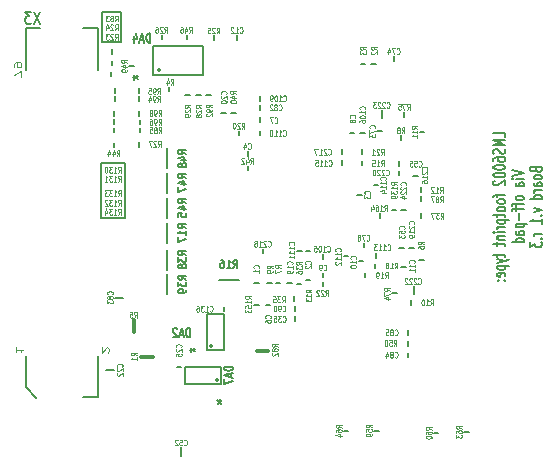
<source format=gbo>
%FSLAX34Y34*%
G04 Gerber Fmt 3.4, Leading zero omitted, Abs format*
G04 (created by PCBNEW (2013-10-29 BZR 4389)-product) date 1/27/2015 10:36:26 PM*
%MOIN*%
G01*
G70*
G90*
G04 APERTURE LIST*
%ADD10C,0.005906*%
%ADD11C,0.005900*%
%ADD12C,0.004900*%
%ADD13C,0.007700*%
%ADD14C,0.011700*%
%ADD15C,0.005000*%
%ADD16C,0.007800*%
%ADD17C,0.003900*%
G04 APERTURE END LIST*
G54D10*
G54D11*
X64341Y-37749D02*
X64341Y-37617D01*
X63947Y-37617D01*
X64341Y-37841D02*
X63947Y-37841D01*
X64229Y-37933D01*
X63947Y-38025D01*
X64341Y-38025D01*
X64322Y-38143D02*
X64341Y-38182D01*
X64341Y-38248D01*
X64322Y-38274D01*
X64304Y-38288D01*
X64266Y-38301D01*
X64229Y-38301D01*
X64191Y-38288D01*
X64172Y-38274D01*
X64154Y-38248D01*
X64135Y-38196D01*
X64116Y-38169D01*
X64097Y-38156D01*
X64060Y-38143D01*
X64022Y-38143D01*
X63985Y-38156D01*
X63966Y-38169D01*
X63947Y-38196D01*
X63947Y-38261D01*
X63966Y-38301D01*
X63947Y-38537D02*
X63947Y-38485D01*
X63966Y-38458D01*
X63985Y-38445D01*
X64041Y-38419D01*
X64116Y-38406D01*
X64266Y-38406D01*
X64304Y-38419D01*
X64322Y-38432D01*
X64341Y-38458D01*
X64341Y-38511D01*
X64322Y-38537D01*
X64304Y-38550D01*
X64266Y-38564D01*
X64172Y-38564D01*
X64135Y-38550D01*
X64116Y-38537D01*
X64097Y-38511D01*
X64097Y-38458D01*
X64116Y-38432D01*
X64135Y-38419D01*
X64172Y-38406D01*
X63947Y-38734D02*
X63947Y-38761D01*
X63966Y-38787D01*
X63985Y-38800D01*
X64022Y-38813D01*
X64097Y-38826D01*
X64191Y-38826D01*
X64266Y-38813D01*
X64304Y-38800D01*
X64322Y-38787D01*
X64341Y-38761D01*
X64341Y-38734D01*
X64322Y-38708D01*
X64304Y-38695D01*
X64266Y-38682D01*
X64191Y-38669D01*
X64097Y-38669D01*
X64022Y-38682D01*
X63985Y-38695D01*
X63966Y-38708D01*
X63947Y-38734D01*
X63947Y-38997D02*
X63947Y-39024D01*
X63966Y-39050D01*
X63985Y-39063D01*
X64022Y-39076D01*
X64097Y-39089D01*
X64191Y-39089D01*
X64266Y-39076D01*
X64304Y-39063D01*
X64322Y-39050D01*
X64341Y-39024D01*
X64341Y-38997D01*
X64322Y-38971D01*
X64304Y-38958D01*
X64266Y-38945D01*
X64191Y-38932D01*
X64097Y-38932D01*
X64022Y-38945D01*
X63985Y-38958D01*
X63966Y-38971D01*
X63947Y-38997D01*
X63985Y-39194D02*
X63966Y-39208D01*
X63947Y-39234D01*
X63947Y-39300D01*
X63966Y-39326D01*
X63985Y-39339D01*
X64022Y-39352D01*
X64060Y-39352D01*
X64116Y-39339D01*
X64341Y-39181D01*
X64341Y-39352D01*
X64078Y-39641D02*
X64078Y-39746D01*
X64341Y-39681D02*
X64003Y-39681D01*
X63966Y-39694D01*
X63947Y-39720D01*
X63947Y-39746D01*
X64341Y-39878D02*
X64322Y-39852D01*
X64304Y-39838D01*
X64266Y-39825D01*
X64154Y-39825D01*
X64116Y-39838D01*
X64097Y-39852D01*
X64078Y-39878D01*
X64078Y-39917D01*
X64097Y-39944D01*
X64116Y-39957D01*
X64154Y-39970D01*
X64266Y-39970D01*
X64304Y-39957D01*
X64322Y-39944D01*
X64341Y-39917D01*
X64341Y-39878D01*
X64341Y-40128D02*
X64322Y-40101D01*
X64304Y-40088D01*
X64266Y-40075D01*
X64154Y-40075D01*
X64116Y-40088D01*
X64097Y-40101D01*
X64078Y-40128D01*
X64078Y-40167D01*
X64097Y-40193D01*
X64116Y-40206D01*
X64154Y-40220D01*
X64266Y-40220D01*
X64304Y-40206D01*
X64322Y-40193D01*
X64341Y-40167D01*
X64341Y-40128D01*
X64078Y-40298D02*
X64078Y-40404D01*
X63947Y-40338D02*
X64285Y-40338D01*
X64322Y-40351D01*
X64341Y-40377D01*
X64341Y-40404D01*
X64078Y-40496D02*
X64472Y-40496D01*
X64097Y-40496D02*
X64078Y-40522D01*
X64078Y-40574D01*
X64097Y-40601D01*
X64116Y-40614D01*
X64154Y-40627D01*
X64266Y-40627D01*
X64304Y-40614D01*
X64322Y-40601D01*
X64341Y-40574D01*
X64341Y-40522D01*
X64322Y-40496D01*
X64341Y-40745D02*
X64078Y-40745D01*
X64154Y-40745D02*
X64116Y-40758D01*
X64097Y-40772D01*
X64078Y-40798D01*
X64078Y-40824D01*
X64341Y-40916D02*
X64078Y-40916D01*
X63947Y-40916D02*
X63966Y-40903D01*
X63985Y-40916D01*
X63966Y-40929D01*
X63947Y-40916D01*
X63985Y-40916D01*
X64078Y-41048D02*
X64341Y-41048D01*
X64116Y-41048D02*
X64097Y-41061D01*
X64078Y-41087D01*
X64078Y-41126D01*
X64097Y-41153D01*
X64135Y-41166D01*
X64341Y-41166D01*
X64078Y-41258D02*
X64078Y-41363D01*
X63947Y-41297D02*
X64285Y-41297D01*
X64322Y-41310D01*
X64341Y-41337D01*
X64341Y-41363D01*
X64078Y-41626D02*
X64078Y-41731D01*
X63947Y-41665D02*
X64285Y-41665D01*
X64322Y-41678D01*
X64341Y-41705D01*
X64341Y-41731D01*
X64078Y-41797D02*
X64341Y-41862D01*
X64078Y-41928D02*
X64341Y-41862D01*
X64435Y-41836D01*
X64454Y-41823D01*
X64472Y-41797D01*
X64078Y-42033D02*
X64472Y-42033D01*
X64097Y-42033D02*
X64078Y-42060D01*
X64078Y-42112D01*
X64097Y-42138D01*
X64116Y-42152D01*
X64154Y-42165D01*
X64266Y-42165D01*
X64304Y-42152D01*
X64322Y-42138D01*
X64341Y-42112D01*
X64341Y-42060D01*
X64322Y-42033D01*
X64322Y-42388D02*
X64341Y-42362D01*
X64341Y-42309D01*
X64322Y-42283D01*
X64285Y-42270D01*
X64135Y-42270D01*
X64097Y-42283D01*
X64078Y-42309D01*
X64078Y-42362D01*
X64097Y-42388D01*
X64135Y-42401D01*
X64172Y-42401D01*
X64210Y-42270D01*
X64304Y-42520D02*
X64322Y-42533D01*
X64341Y-42520D01*
X64322Y-42506D01*
X64304Y-42520D01*
X64341Y-42520D01*
X64097Y-42520D02*
X64116Y-42533D01*
X64135Y-42520D01*
X64116Y-42506D01*
X64097Y-42520D01*
X64135Y-42520D01*
X64558Y-38853D02*
X64952Y-38945D01*
X64558Y-39037D01*
X64952Y-39129D02*
X64689Y-39129D01*
X64558Y-39129D02*
X64576Y-39116D01*
X64595Y-39129D01*
X64576Y-39142D01*
X64558Y-39129D01*
X64595Y-39129D01*
X64952Y-39378D02*
X64745Y-39378D01*
X64708Y-39365D01*
X64689Y-39339D01*
X64689Y-39286D01*
X64708Y-39260D01*
X64933Y-39378D02*
X64952Y-39352D01*
X64952Y-39286D01*
X64933Y-39260D01*
X64895Y-39247D01*
X64858Y-39247D01*
X64820Y-39260D01*
X64802Y-39286D01*
X64802Y-39352D01*
X64783Y-39378D01*
X64952Y-39760D02*
X64933Y-39733D01*
X64914Y-39720D01*
X64877Y-39707D01*
X64764Y-39707D01*
X64727Y-39720D01*
X64708Y-39733D01*
X64689Y-39760D01*
X64689Y-39799D01*
X64708Y-39825D01*
X64727Y-39838D01*
X64764Y-39852D01*
X64877Y-39852D01*
X64914Y-39838D01*
X64933Y-39825D01*
X64952Y-39799D01*
X64952Y-39760D01*
X64689Y-39930D02*
X64689Y-40036D01*
X64952Y-39970D02*
X64614Y-39970D01*
X64576Y-39983D01*
X64558Y-40009D01*
X64558Y-40036D01*
X64689Y-40088D02*
X64689Y-40193D01*
X64952Y-40128D02*
X64614Y-40128D01*
X64576Y-40141D01*
X64558Y-40167D01*
X64558Y-40193D01*
X64802Y-40285D02*
X64802Y-40496D01*
X64689Y-40627D02*
X65083Y-40627D01*
X64708Y-40627D02*
X64689Y-40653D01*
X64689Y-40706D01*
X64708Y-40732D01*
X64727Y-40745D01*
X64764Y-40758D01*
X64877Y-40758D01*
X64914Y-40745D01*
X64933Y-40732D01*
X64952Y-40706D01*
X64952Y-40653D01*
X64933Y-40627D01*
X64952Y-40995D02*
X64745Y-40995D01*
X64708Y-40982D01*
X64689Y-40956D01*
X64689Y-40903D01*
X64708Y-40877D01*
X64933Y-40995D02*
X64952Y-40969D01*
X64952Y-40903D01*
X64933Y-40877D01*
X64895Y-40864D01*
X64858Y-40864D01*
X64820Y-40877D01*
X64802Y-40903D01*
X64802Y-40969D01*
X64783Y-40995D01*
X64952Y-41245D02*
X64558Y-41245D01*
X64933Y-41245D02*
X64952Y-41218D01*
X64952Y-41166D01*
X64933Y-41140D01*
X64914Y-41126D01*
X64877Y-41113D01*
X64764Y-41113D01*
X64727Y-41126D01*
X64708Y-41140D01*
X64689Y-41166D01*
X64689Y-41218D01*
X64708Y-41245D01*
X65356Y-38833D02*
X65375Y-38872D01*
X65393Y-38886D01*
X65431Y-38899D01*
X65487Y-38899D01*
X65525Y-38886D01*
X65544Y-38872D01*
X65562Y-38846D01*
X65562Y-38741D01*
X65168Y-38741D01*
X65168Y-38833D01*
X65187Y-38859D01*
X65206Y-38872D01*
X65243Y-38886D01*
X65281Y-38886D01*
X65318Y-38872D01*
X65337Y-38859D01*
X65356Y-38833D01*
X65356Y-38741D01*
X65562Y-39056D02*
X65544Y-39030D01*
X65525Y-39017D01*
X65487Y-39004D01*
X65375Y-39004D01*
X65337Y-39017D01*
X65318Y-39030D01*
X65300Y-39056D01*
X65300Y-39096D01*
X65318Y-39122D01*
X65337Y-39135D01*
X65375Y-39148D01*
X65487Y-39148D01*
X65525Y-39135D01*
X65544Y-39122D01*
X65562Y-39096D01*
X65562Y-39056D01*
X65562Y-39385D02*
X65356Y-39385D01*
X65318Y-39372D01*
X65300Y-39346D01*
X65300Y-39293D01*
X65318Y-39267D01*
X65544Y-39385D02*
X65562Y-39359D01*
X65562Y-39293D01*
X65544Y-39267D01*
X65506Y-39254D01*
X65469Y-39254D01*
X65431Y-39267D01*
X65412Y-39293D01*
X65412Y-39359D01*
X65393Y-39385D01*
X65562Y-39516D02*
X65300Y-39516D01*
X65375Y-39516D02*
X65337Y-39530D01*
X65318Y-39543D01*
X65300Y-39569D01*
X65300Y-39595D01*
X65562Y-39806D02*
X65168Y-39806D01*
X65544Y-39806D02*
X65562Y-39779D01*
X65562Y-39727D01*
X65544Y-39700D01*
X65525Y-39687D01*
X65487Y-39674D01*
X65375Y-39674D01*
X65337Y-39687D01*
X65318Y-39700D01*
X65300Y-39727D01*
X65300Y-39779D01*
X65318Y-39806D01*
X65300Y-40121D02*
X65562Y-40187D01*
X65300Y-40252D01*
X65525Y-40358D02*
X65544Y-40371D01*
X65562Y-40358D01*
X65544Y-40344D01*
X65525Y-40358D01*
X65562Y-40358D01*
X65562Y-40634D02*
X65562Y-40476D01*
X65562Y-40555D02*
X65168Y-40555D01*
X65225Y-40528D01*
X65262Y-40502D01*
X65281Y-40476D01*
X65562Y-40962D02*
X65300Y-40962D01*
X65375Y-40962D02*
X65337Y-40975D01*
X65318Y-40988D01*
X65300Y-41015D01*
X65300Y-41041D01*
X65525Y-41133D02*
X65544Y-41146D01*
X65562Y-41133D01*
X65544Y-41120D01*
X65525Y-41133D01*
X65562Y-41133D01*
X65168Y-41238D02*
X65168Y-41409D01*
X65318Y-41317D01*
X65318Y-41356D01*
X65337Y-41383D01*
X65356Y-41396D01*
X65393Y-41409D01*
X65487Y-41409D01*
X65525Y-41396D01*
X65544Y-41383D01*
X65562Y-41356D01*
X65562Y-41278D01*
X65544Y-41251D01*
X65525Y-41238D01*
G54D12*
X48202Y-35737D02*
X48202Y-35527D01*
X47967Y-35662D01*
X47967Y-35393D02*
X47967Y-35333D01*
X47978Y-35303D01*
X47990Y-35288D01*
X48023Y-35258D01*
X48068Y-35243D01*
X48157Y-35243D01*
X48180Y-35258D01*
X48191Y-35273D01*
X48202Y-35303D01*
X48202Y-35363D01*
X48191Y-35393D01*
X48180Y-35408D01*
X48157Y-35423D01*
X48101Y-35423D01*
X48079Y-35408D01*
X48068Y-35393D01*
X48057Y-35363D01*
X48057Y-35303D01*
X48068Y-35273D01*
X48079Y-35258D01*
X48101Y-35243D01*
X51102Y-44936D02*
X51113Y-44921D01*
X51124Y-44891D01*
X51124Y-44817D01*
X51113Y-44787D01*
X51102Y-44772D01*
X51079Y-44757D01*
X51057Y-44757D01*
X51023Y-44772D01*
X50889Y-44951D01*
X50889Y-44757D01*
X48027Y-44737D02*
X48027Y-44916D01*
X48027Y-44827D02*
X48262Y-44827D01*
X48229Y-44856D01*
X48206Y-44886D01*
X48195Y-44916D01*
G54D11*
X50913Y-34591D02*
X50913Y-33567D01*
X51543Y-34591D02*
X50913Y-34591D01*
X51543Y-33567D02*
X51543Y-34591D01*
X50913Y-33567D02*
X51543Y-33567D01*
X50874Y-40437D02*
X50874Y-38626D01*
X51681Y-40437D02*
X50874Y-40437D01*
X51681Y-38626D02*
X51681Y-40437D01*
X50874Y-38625D02*
X51681Y-38625D01*
G54D13*
X48847Y-34099D02*
X48354Y-34099D01*
X48354Y-35496D02*
X48354Y-34099D01*
X50754Y-35496D02*
X50754Y-34099D01*
X50754Y-46420D02*
X50754Y-45031D01*
X50754Y-34099D02*
X50262Y-34099D01*
X48354Y-46085D02*
X48354Y-45032D01*
X48689Y-46428D02*
X48354Y-46083D01*
X50754Y-46420D02*
X50261Y-46420D01*
G54D14*
X52194Y-45063D02*
X52586Y-45063D01*
X56052Y-44866D02*
X56444Y-44866D01*
G54D13*
X53721Y-34332D02*
X53721Y-34488D01*
X51327Y-36111D02*
X51327Y-36267D01*
X61094Y-44540D02*
X61094Y-44696D01*
X53146Y-36068D02*
X53146Y-36224D01*
X51808Y-35374D02*
X51964Y-35374D01*
X51217Y-35560D02*
X51217Y-35716D01*
X51303Y-37930D02*
X51303Y-38086D01*
X53662Y-36351D02*
X53818Y-36351D01*
X51327Y-36383D02*
X51327Y-36539D01*
X51291Y-37154D02*
X51291Y-37310D01*
X52154Y-37318D02*
X52154Y-37162D01*
X52126Y-36275D02*
X52126Y-36119D01*
X54188Y-36358D02*
X54032Y-36358D01*
X52130Y-38070D02*
X52130Y-37914D01*
X52894Y-34332D02*
X52894Y-34488D01*
X54379Y-36331D02*
X54535Y-36331D01*
X51295Y-37430D02*
X51295Y-37586D01*
X54638Y-34511D02*
X54638Y-34355D01*
X59528Y-35315D02*
X59684Y-35315D01*
X59883Y-35315D02*
X60039Y-35315D01*
X59117Y-47528D02*
X58961Y-47528D01*
X60125Y-47536D02*
X59969Y-47536D01*
X62114Y-47622D02*
X61958Y-47622D01*
X63129Y-47591D02*
X62973Y-47591D01*
X56562Y-42607D02*
X56406Y-42607D01*
X58272Y-42720D02*
X58272Y-42564D01*
X55473Y-37536D02*
X55473Y-37692D01*
X55206Y-36949D02*
X55362Y-36949D01*
X59567Y-38306D02*
X59567Y-38150D01*
X59673Y-42425D02*
X59673Y-42269D01*
X60016Y-42122D02*
X60016Y-41966D01*
X61528Y-39422D02*
X61528Y-39578D01*
X59567Y-38688D02*
X59567Y-38532D01*
X60560Y-40169D02*
X60716Y-40169D01*
X60154Y-40433D02*
X60154Y-40277D01*
X61543Y-40429D02*
X61543Y-40273D01*
X61473Y-41827D02*
X61629Y-41827D01*
X56686Y-42606D02*
X56842Y-42606D01*
X60882Y-37846D02*
X60882Y-37690D01*
X52150Y-37031D02*
X52150Y-36875D01*
X60568Y-42945D02*
X60724Y-42945D01*
X61213Y-43178D02*
X61213Y-43334D01*
X60980Y-37059D02*
X60980Y-36903D01*
X61649Y-37571D02*
X61493Y-37571D01*
X57846Y-42500D02*
X57690Y-42500D01*
X61536Y-39721D02*
X61536Y-39877D01*
X55756Y-38698D02*
X55756Y-38854D01*
X55973Y-43331D02*
X56129Y-43331D01*
X51225Y-34812D02*
X51225Y-34968D01*
X51225Y-35358D02*
X51225Y-35202D01*
X52154Y-37434D02*
X52154Y-37590D01*
X51291Y-36879D02*
X51291Y-37035D01*
X52126Y-36547D02*
X52126Y-36391D01*
X57299Y-43044D02*
X57299Y-43200D01*
X57387Y-42634D02*
X57543Y-42634D01*
X51610Y-43110D02*
X51336Y-43110D01*
X60225Y-36847D02*
X60225Y-37121D01*
X53524Y-48365D02*
X53524Y-48091D01*
X61288Y-42984D02*
X61288Y-42710D01*
X51032Y-45520D02*
X51306Y-45520D01*
X61306Y-41449D02*
X61150Y-41449D01*
X61027Y-40169D02*
X60871Y-40169D01*
X60956Y-41449D02*
X60800Y-41449D01*
X60811Y-38712D02*
X60811Y-38556D01*
X56260Y-41467D02*
X56260Y-41623D01*
X60811Y-39023D02*
X60811Y-38867D01*
X55969Y-42603D02*
X56125Y-42603D01*
X54953Y-43399D02*
X54953Y-43555D01*
X57323Y-43705D02*
X57323Y-43861D01*
X56158Y-37688D02*
X56158Y-37532D01*
X57323Y-43375D02*
X57323Y-43531D01*
X57072Y-42622D02*
X57228Y-42622D01*
X55386Y-34503D02*
X55386Y-34347D01*
X60622Y-35208D02*
X60622Y-35052D01*
X61102Y-44181D02*
X61102Y-44337D01*
X61110Y-44933D02*
X61110Y-45089D01*
X59617Y-41870D02*
X59461Y-41870D01*
X55027Y-36949D02*
X54871Y-36949D01*
X57846Y-41544D02*
X57690Y-41544D01*
X57562Y-41540D02*
X57406Y-41540D01*
X59554Y-39666D02*
X59398Y-39666D01*
X55752Y-38221D02*
X55752Y-38377D01*
X56359Y-43343D02*
X56515Y-43343D01*
X58890Y-38139D02*
X58890Y-38295D01*
X58898Y-38517D02*
X58898Y-38673D01*
X61421Y-39032D02*
X61265Y-39032D01*
X59961Y-39346D02*
X60117Y-39346D01*
X59113Y-41722D02*
X58957Y-41722D01*
X60240Y-37555D02*
X60084Y-37555D01*
X60028Y-41607D02*
X60028Y-41763D01*
X60863Y-42067D02*
X61019Y-42067D01*
X56158Y-37247D02*
X56158Y-37091D01*
X56154Y-36834D02*
X56154Y-36678D01*
X56165Y-36531D02*
X56165Y-36375D01*
X59314Y-37603D02*
X59158Y-37603D01*
X59657Y-37603D02*
X59501Y-37603D01*
X58264Y-42417D02*
X58264Y-42261D01*
X58256Y-41795D02*
X58256Y-41639D01*
X53391Y-45402D02*
X53547Y-45402D01*
X59622Y-41421D02*
X59622Y-41265D01*
G54D14*
X51957Y-43848D02*
X51957Y-44240D01*
X54550Y-44697D02*
X54550Y-44693D01*
G54D15*
X54959Y-43628D02*
X54409Y-43628D01*
X54409Y-43628D02*
X54409Y-44828D01*
X54409Y-44828D02*
X54959Y-44828D01*
X54959Y-44828D02*
X54959Y-43628D01*
G54D14*
X54740Y-45834D02*
X54736Y-45834D01*
G54D15*
X53671Y-45425D02*
X53671Y-45975D01*
X53671Y-45975D02*
X54871Y-45975D01*
X54871Y-45975D02*
X54871Y-45425D01*
X54871Y-45425D02*
X53671Y-45425D01*
G54D14*
X52787Y-35516D02*
X52787Y-35508D01*
G54D16*
X54259Y-34701D02*
X54259Y-35685D01*
X54259Y-35685D02*
X52607Y-35685D01*
X52607Y-34701D02*
X54259Y-34701D01*
X52607Y-35685D02*
X52607Y-34701D01*
G54D11*
X53059Y-38791D02*
X53059Y-38123D01*
X53059Y-39606D02*
X53059Y-38938D01*
X53059Y-40441D02*
X53059Y-39773D01*
X53059Y-41275D02*
X53059Y-40607D01*
X53059Y-42161D02*
X53059Y-41493D01*
X53059Y-42980D02*
X53059Y-42312D01*
X55464Y-42516D02*
X54796Y-42516D01*
G54D16*
X48845Y-33572D02*
X48635Y-33965D01*
X48635Y-33572D02*
X48845Y-33965D01*
X48546Y-33572D02*
X48351Y-33572D01*
X48456Y-33722D01*
X48411Y-33722D01*
X48381Y-33741D01*
X48366Y-33759D01*
X48351Y-33797D01*
X48351Y-33890D01*
X48366Y-33928D01*
X48381Y-33947D01*
X48411Y-33965D01*
X48501Y-33965D01*
X48531Y-33947D01*
X48546Y-33928D01*
G54D17*
X52065Y-45025D02*
X51972Y-44973D01*
X52065Y-44936D02*
X51870Y-44936D01*
X51870Y-44995D01*
X51879Y-45010D01*
X51888Y-45018D01*
X51907Y-45025D01*
X51935Y-45025D01*
X51953Y-45018D01*
X51963Y-45010D01*
X51972Y-44995D01*
X51972Y-44936D01*
X52065Y-45175D02*
X52065Y-45085D01*
X52065Y-45130D02*
X51870Y-45130D01*
X51898Y-45115D01*
X51916Y-45100D01*
X51925Y-45085D01*
X56753Y-44729D02*
X56660Y-44676D01*
X56753Y-44639D02*
X56558Y-44639D01*
X56558Y-44699D01*
X56567Y-44714D01*
X56576Y-44721D01*
X56595Y-44729D01*
X56623Y-44729D01*
X56641Y-44721D01*
X56651Y-44714D01*
X56660Y-44699D01*
X56660Y-44639D01*
X56641Y-44818D02*
X56632Y-44803D01*
X56623Y-44796D01*
X56604Y-44788D01*
X56595Y-44788D01*
X56576Y-44796D01*
X56567Y-44803D01*
X56558Y-44818D01*
X56558Y-44848D01*
X56567Y-44863D01*
X56576Y-44871D01*
X56595Y-44878D01*
X56604Y-44878D01*
X56623Y-44871D01*
X56632Y-44863D01*
X56641Y-44848D01*
X56641Y-44818D01*
X56651Y-44803D01*
X56660Y-44796D01*
X56678Y-44788D01*
X56716Y-44788D01*
X56734Y-44796D01*
X56743Y-44803D01*
X56753Y-44818D01*
X56753Y-44848D01*
X56743Y-44863D01*
X56734Y-44871D01*
X56716Y-44878D01*
X56678Y-44878D01*
X56660Y-44871D01*
X56651Y-44863D01*
X56641Y-44848D01*
X56576Y-44938D02*
X56567Y-44945D01*
X56558Y-44960D01*
X56558Y-44998D01*
X56567Y-45013D01*
X56576Y-45020D01*
X56595Y-45028D01*
X56613Y-45028D01*
X56641Y-45020D01*
X56753Y-44930D01*
X56753Y-45028D01*
X53809Y-34265D02*
X53862Y-34172D01*
X53899Y-34265D02*
X53899Y-34070D01*
X53839Y-34070D01*
X53824Y-34079D01*
X53817Y-34088D01*
X53809Y-34107D01*
X53809Y-34135D01*
X53817Y-34153D01*
X53824Y-34163D01*
X53839Y-34172D01*
X53899Y-34172D01*
X53675Y-34135D02*
X53675Y-34265D01*
X53712Y-34060D02*
X53750Y-34200D01*
X53652Y-34200D01*
X53525Y-34070D02*
X53555Y-34070D01*
X53570Y-34079D01*
X53578Y-34088D01*
X53593Y-34116D01*
X53600Y-34153D01*
X53600Y-34228D01*
X53593Y-34246D01*
X53585Y-34255D01*
X53570Y-34265D01*
X53540Y-34265D01*
X53525Y-34255D01*
X53518Y-34246D01*
X53510Y-34228D01*
X53510Y-34181D01*
X53518Y-34163D01*
X53525Y-34153D01*
X53540Y-34144D01*
X53570Y-34144D01*
X53585Y-34153D01*
X53593Y-34163D01*
X53600Y-34181D01*
X51443Y-38931D02*
X51496Y-38838D01*
X51533Y-38931D02*
X51533Y-38736D01*
X51473Y-38736D01*
X51458Y-38745D01*
X51451Y-38754D01*
X51443Y-38773D01*
X51443Y-38801D01*
X51451Y-38819D01*
X51458Y-38829D01*
X51473Y-38838D01*
X51533Y-38838D01*
X51294Y-38931D02*
X51383Y-38931D01*
X51339Y-38931D02*
X51339Y-38736D01*
X51353Y-38764D01*
X51368Y-38782D01*
X51383Y-38791D01*
X51241Y-38736D02*
X51144Y-38736D01*
X51196Y-38810D01*
X51174Y-38810D01*
X51159Y-38819D01*
X51152Y-38829D01*
X51144Y-38847D01*
X51144Y-38894D01*
X51152Y-38912D01*
X51159Y-38921D01*
X51174Y-38931D01*
X51219Y-38931D01*
X51234Y-38921D01*
X51241Y-38912D01*
X51047Y-38736D02*
X51032Y-38736D01*
X51017Y-38745D01*
X51010Y-38754D01*
X51002Y-38773D01*
X50995Y-38810D01*
X50995Y-38856D01*
X51002Y-38894D01*
X51010Y-38912D01*
X51017Y-38921D01*
X51032Y-38931D01*
X51047Y-38931D01*
X51062Y-38921D01*
X51069Y-38912D01*
X51077Y-38894D01*
X51084Y-38856D01*
X51084Y-38810D01*
X51077Y-38773D01*
X51069Y-38754D01*
X51062Y-38745D01*
X51047Y-38736D01*
X60624Y-44702D02*
X60676Y-44609D01*
X60714Y-44702D02*
X60714Y-44507D01*
X60654Y-44507D01*
X60639Y-44516D01*
X60632Y-44525D01*
X60624Y-44544D01*
X60624Y-44572D01*
X60632Y-44590D01*
X60639Y-44600D01*
X60654Y-44609D01*
X60714Y-44609D01*
X60482Y-44507D02*
X60557Y-44507D01*
X60564Y-44600D01*
X60557Y-44590D01*
X60542Y-44581D01*
X60504Y-44581D01*
X60489Y-44590D01*
X60482Y-44600D01*
X60475Y-44618D01*
X60475Y-44665D01*
X60482Y-44683D01*
X60489Y-44693D01*
X60504Y-44702D01*
X60542Y-44702D01*
X60557Y-44693D01*
X60564Y-44683D01*
X60377Y-44507D02*
X60362Y-44507D01*
X60347Y-44516D01*
X60340Y-44525D01*
X60332Y-44544D01*
X60325Y-44581D01*
X60325Y-44628D01*
X60332Y-44665D01*
X60340Y-44683D01*
X60347Y-44693D01*
X60362Y-44702D01*
X60377Y-44702D01*
X60392Y-44693D01*
X60400Y-44683D01*
X60407Y-44665D01*
X60415Y-44628D01*
X60415Y-44581D01*
X60407Y-44544D01*
X60400Y-44525D01*
X60392Y-44516D01*
X60377Y-44507D01*
X53188Y-35994D02*
X53240Y-35901D01*
X53277Y-35994D02*
X53277Y-35799D01*
X53218Y-35799D01*
X53203Y-35808D01*
X53195Y-35817D01*
X53188Y-35836D01*
X53188Y-35864D01*
X53195Y-35882D01*
X53203Y-35892D01*
X53218Y-35901D01*
X53277Y-35901D01*
X53053Y-35864D02*
X53053Y-35994D01*
X53090Y-35789D02*
X53128Y-35929D01*
X53031Y-35929D01*
X51742Y-35269D02*
X51649Y-35216D01*
X51742Y-35179D02*
X51547Y-35179D01*
X51547Y-35239D01*
X51556Y-35254D01*
X51565Y-35261D01*
X51584Y-35269D01*
X51612Y-35269D01*
X51630Y-35261D01*
X51640Y-35254D01*
X51649Y-35239D01*
X51649Y-35179D01*
X51612Y-35403D02*
X51742Y-35403D01*
X51537Y-35366D02*
X51677Y-35328D01*
X51677Y-35426D01*
X51742Y-35493D02*
X51742Y-35523D01*
X51732Y-35538D01*
X51723Y-35545D01*
X51695Y-35560D01*
X51658Y-35568D01*
X51584Y-35568D01*
X51565Y-35560D01*
X51556Y-35553D01*
X51547Y-35538D01*
X51547Y-35508D01*
X51556Y-35493D01*
X51565Y-35485D01*
X51584Y-35478D01*
X51630Y-35478D01*
X51649Y-35485D01*
X51658Y-35493D01*
X51667Y-35508D01*
X51667Y-35538D01*
X51658Y-35553D01*
X51649Y-35560D01*
X51630Y-35568D01*
X51328Y-34502D02*
X51381Y-34409D01*
X51418Y-34502D02*
X51418Y-34307D01*
X51358Y-34307D01*
X51343Y-34316D01*
X51336Y-34325D01*
X51328Y-34344D01*
X51328Y-34372D01*
X51336Y-34390D01*
X51343Y-34400D01*
X51358Y-34409D01*
X51418Y-34409D01*
X51269Y-34325D02*
X51261Y-34316D01*
X51246Y-34307D01*
X51209Y-34307D01*
X51194Y-34316D01*
X51186Y-34325D01*
X51179Y-34344D01*
X51179Y-34362D01*
X51186Y-34390D01*
X51276Y-34502D01*
X51179Y-34502D01*
X51127Y-34307D02*
X51029Y-34307D01*
X51082Y-34381D01*
X51059Y-34381D01*
X51044Y-34390D01*
X51037Y-34400D01*
X51029Y-34418D01*
X51029Y-34465D01*
X51037Y-34483D01*
X51044Y-34492D01*
X51059Y-34502D01*
X51104Y-34502D01*
X51119Y-34492D01*
X51127Y-34483D01*
X51388Y-38380D02*
X51441Y-38287D01*
X51478Y-38380D02*
X51478Y-38185D01*
X51418Y-38185D01*
X51403Y-38194D01*
X51396Y-38203D01*
X51388Y-38222D01*
X51388Y-38250D01*
X51396Y-38268D01*
X51403Y-38278D01*
X51418Y-38287D01*
X51478Y-38287D01*
X51254Y-38250D02*
X51254Y-38380D01*
X51291Y-38175D02*
X51329Y-38315D01*
X51231Y-38315D01*
X51104Y-38250D02*
X51104Y-38380D01*
X51142Y-38175D02*
X51179Y-38315D01*
X51082Y-38315D01*
X53848Y-36773D02*
X53755Y-36720D01*
X53848Y-36683D02*
X53653Y-36683D01*
X53653Y-36743D01*
X53662Y-36758D01*
X53671Y-36765D01*
X53690Y-36773D01*
X53718Y-36773D01*
X53736Y-36765D01*
X53746Y-36758D01*
X53755Y-36743D01*
X53755Y-36683D01*
X53671Y-36832D02*
X53662Y-36840D01*
X53653Y-36855D01*
X53653Y-36892D01*
X53662Y-36907D01*
X53671Y-36915D01*
X53690Y-36922D01*
X53708Y-36922D01*
X53736Y-36915D01*
X53848Y-36825D01*
X53848Y-36922D01*
X53848Y-36997D02*
X53848Y-37027D01*
X53838Y-37042D01*
X53829Y-37049D01*
X53801Y-37064D01*
X53764Y-37072D01*
X53690Y-37072D01*
X53671Y-37064D01*
X53662Y-37057D01*
X53653Y-37042D01*
X53653Y-37012D01*
X53662Y-36997D01*
X53671Y-36989D01*
X53690Y-36982D01*
X53736Y-36982D01*
X53755Y-36989D01*
X53764Y-36997D01*
X53773Y-37012D01*
X53773Y-37042D01*
X53764Y-37057D01*
X53755Y-37064D01*
X53736Y-37072D01*
X51443Y-39226D02*
X51496Y-39133D01*
X51533Y-39226D02*
X51533Y-39031D01*
X51473Y-39031D01*
X51458Y-39040D01*
X51451Y-39049D01*
X51443Y-39068D01*
X51443Y-39096D01*
X51451Y-39114D01*
X51458Y-39124D01*
X51473Y-39133D01*
X51533Y-39133D01*
X51294Y-39226D02*
X51383Y-39226D01*
X51339Y-39226D02*
X51339Y-39031D01*
X51353Y-39059D01*
X51368Y-39077D01*
X51383Y-39086D01*
X51241Y-39031D02*
X51144Y-39031D01*
X51196Y-39105D01*
X51174Y-39105D01*
X51159Y-39114D01*
X51152Y-39124D01*
X51144Y-39142D01*
X51144Y-39189D01*
X51152Y-39207D01*
X51159Y-39216D01*
X51174Y-39226D01*
X51219Y-39226D01*
X51234Y-39216D01*
X51241Y-39207D01*
X50995Y-39226D02*
X51084Y-39226D01*
X51039Y-39226D02*
X51039Y-39031D01*
X51054Y-39059D01*
X51069Y-39077D01*
X51084Y-39086D01*
X51443Y-40033D02*
X51496Y-39940D01*
X51533Y-40033D02*
X51533Y-39838D01*
X51473Y-39838D01*
X51458Y-39847D01*
X51451Y-39856D01*
X51443Y-39875D01*
X51443Y-39903D01*
X51451Y-39921D01*
X51458Y-39931D01*
X51473Y-39940D01*
X51533Y-39940D01*
X51294Y-40033D02*
X51383Y-40033D01*
X51339Y-40033D02*
X51339Y-39838D01*
X51353Y-39866D01*
X51368Y-39884D01*
X51383Y-39893D01*
X51241Y-39838D02*
X51144Y-39838D01*
X51196Y-39912D01*
X51174Y-39912D01*
X51159Y-39921D01*
X51152Y-39931D01*
X51144Y-39949D01*
X51144Y-39996D01*
X51152Y-40014D01*
X51159Y-40023D01*
X51174Y-40033D01*
X51219Y-40033D01*
X51234Y-40023D01*
X51241Y-40014D01*
X51084Y-39856D02*
X51077Y-39847D01*
X51062Y-39838D01*
X51025Y-39838D01*
X51010Y-39847D01*
X51002Y-39856D01*
X50995Y-39875D01*
X50995Y-39893D01*
X51002Y-39921D01*
X51092Y-40033D01*
X50995Y-40033D01*
X52785Y-37336D02*
X52838Y-37243D01*
X52875Y-37336D02*
X52875Y-37141D01*
X52815Y-37141D01*
X52800Y-37150D01*
X52793Y-37159D01*
X52785Y-37178D01*
X52785Y-37206D01*
X52793Y-37224D01*
X52800Y-37234D01*
X52815Y-37243D01*
X52875Y-37243D01*
X52711Y-37336D02*
X52681Y-37336D01*
X52666Y-37326D01*
X52658Y-37317D01*
X52643Y-37289D01*
X52636Y-37252D01*
X52636Y-37178D01*
X52643Y-37159D01*
X52651Y-37150D01*
X52666Y-37141D01*
X52696Y-37141D01*
X52711Y-37150D01*
X52718Y-37159D01*
X52726Y-37178D01*
X52726Y-37224D01*
X52718Y-37243D01*
X52711Y-37252D01*
X52696Y-37261D01*
X52666Y-37261D01*
X52651Y-37252D01*
X52643Y-37243D01*
X52636Y-37224D01*
X52501Y-37141D02*
X52531Y-37141D01*
X52546Y-37150D01*
X52554Y-37159D01*
X52569Y-37187D01*
X52576Y-37224D01*
X52576Y-37299D01*
X52569Y-37317D01*
X52561Y-37326D01*
X52546Y-37336D01*
X52516Y-37336D01*
X52501Y-37326D01*
X52494Y-37317D01*
X52486Y-37299D01*
X52486Y-37252D01*
X52494Y-37234D01*
X52501Y-37224D01*
X52516Y-37215D01*
X52546Y-37215D01*
X52561Y-37224D01*
X52569Y-37234D01*
X52576Y-37252D01*
X52746Y-36313D02*
X52799Y-36220D01*
X52836Y-36313D02*
X52836Y-36118D01*
X52776Y-36118D01*
X52761Y-36127D01*
X52754Y-36136D01*
X52746Y-36155D01*
X52746Y-36183D01*
X52754Y-36201D01*
X52761Y-36211D01*
X52776Y-36220D01*
X52836Y-36220D01*
X52672Y-36313D02*
X52642Y-36313D01*
X52627Y-36303D01*
X52619Y-36294D01*
X52604Y-36266D01*
X52597Y-36229D01*
X52597Y-36155D01*
X52604Y-36136D01*
X52612Y-36127D01*
X52627Y-36118D01*
X52657Y-36118D01*
X52672Y-36127D01*
X52679Y-36136D01*
X52687Y-36155D01*
X52687Y-36201D01*
X52679Y-36220D01*
X52672Y-36229D01*
X52657Y-36238D01*
X52627Y-36238D01*
X52612Y-36229D01*
X52604Y-36220D01*
X52597Y-36201D01*
X52455Y-36118D02*
X52530Y-36118D01*
X52537Y-36211D01*
X52530Y-36201D01*
X52515Y-36192D01*
X52477Y-36192D01*
X52462Y-36201D01*
X52455Y-36211D01*
X52447Y-36229D01*
X52447Y-36276D01*
X52455Y-36294D01*
X52462Y-36303D01*
X52477Y-36313D01*
X52515Y-36313D01*
X52530Y-36303D01*
X52537Y-36294D01*
X54214Y-36780D02*
X54121Y-36727D01*
X54214Y-36690D02*
X54019Y-36690D01*
X54019Y-36750D01*
X54028Y-36765D01*
X54037Y-36772D01*
X54056Y-36780D01*
X54084Y-36780D01*
X54102Y-36772D01*
X54112Y-36765D01*
X54121Y-36750D01*
X54121Y-36690D01*
X54037Y-36839D02*
X54028Y-36847D01*
X54019Y-36862D01*
X54019Y-36899D01*
X54028Y-36914D01*
X54037Y-36922D01*
X54056Y-36929D01*
X54074Y-36929D01*
X54102Y-36922D01*
X54214Y-36832D01*
X54214Y-36929D01*
X54102Y-37019D02*
X54093Y-37004D01*
X54084Y-36996D01*
X54065Y-36989D01*
X54056Y-36989D01*
X54037Y-36996D01*
X54028Y-37004D01*
X54019Y-37019D01*
X54019Y-37049D01*
X54028Y-37064D01*
X54037Y-37071D01*
X54056Y-37079D01*
X54065Y-37079D01*
X54084Y-37071D01*
X54093Y-37064D01*
X54102Y-37049D01*
X54102Y-37019D01*
X54112Y-37004D01*
X54121Y-36996D01*
X54139Y-36989D01*
X54177Y-36989D01*
X54195Y-36996D01*
X54204Y-37004D01*
X54214Y-37019D01*
X54214Y-37049D01*
X54204Y-37064D01*
X54195Y-37071D01*
X54177Y-37079D01*
X54139Y-37079D01*
X54121Y-37071D01*
X54112Y-37064D01*
X54102Y-37049D01*
X52765Y-38065D02*
X52818Y-37972D01*
X52855Y-38065D02*
X52855Y-37870D01*
X52795Y-37870D01*
X52780Y-37879D01*
X52773Y-37888D01*
X52765Y-37907D01*
X52765Y-37935D01*
X52773Y-37953D01*
X52780Y-37963D01*
X52795Y-37972D01*
X52855Y-37972D01*
X52706Y-37888D02*
X52698Y-37879D01*
X52683Y-37870D01*
X52646Y-37870D01*
X52631Y-37879D01*
X52623Y-37888D01*
X52616Y-37907D01*
X52616Y-37925D01*
X52623Y-37953D01*
X52713Y-38065D01*
X52616Y-38065D01*
X52564Y-37870D02*
X52459Y-37870D01*
X52526Y-38065D01*
X52982Y-34265D02*
X53035Y-34172D01*
X53072Y-34265D02*
X53072Y-34070D01*
X53012Y-34070D01*
X52997Y-34079D01*
X52990Y-34088D01*
X52982Y-34107D01*
X52982Y-34135D01*
X52990Y-34153D01*
X52997Y-34163D01*
X53012Y-34172D01*
X53072Y-34172D01*
X52923Y-34088D02*
X52915Y-34079D01*
X52900Y-34070D01*
X52863Y-34070D01*
X52848Y-34079D01*
X52840Y-34088D01*
X52833Y-34107D01*
X52833Y-34125D01*
X52840Y-34153D01*
X52930Y-34265D01*
X52833Y-34265D01*
X52698Y-34070D02*
X52728Y-34070D01*
X52743Y-34079D01*
X52751Y-34088D01*
X52766Y-34116D01*
X52773Y-34153D01*
X52773Y-34228D01*
X52766Y-34246D01*
X52758Y-34255D01*
X52743Y-34265D01*
X52713Y-34265D01*
X52698Y-34255D01*
X52691Y-34246D01*
X52683Y-34228D01*
X52683Y-34181D01*
X52691Y-34163D01*
X52698Y-34153D01*
X52713Y-34144D01*
X52743Y-34144D01*
X52758Y-34153D01*
X52766Y-34163D01*
X52773Y-34181D01*
X54568Y-36753D02*
X54475Y-36700D01*
X54568Y-36663D02*
X54373Y-36663D01*
X54373Y-36723D01*
X54382Y-36738D01*
X54391Y-36745D01*
X54410Y-36753D01*
X54438Y-36753D01*
X54456Y-36745D01*
X54466Y-36738D01*
X54475Y-36723D01*
X54475Y-36663D01*
X54568Y-36827D02*
X54568Y-36857D01*
X54558Y-36872D01*
X54549Y-36880D01*
X54521Y-36895D01*
X54484Y-36902D01*
X54410Y-36902D01*
X54391Y-36895D01*
X54382Y-36887D01*
X54373Y-36872D01*
X54373Y-36842D01*
X54382Y-36827D01*
X54391Y-36820D01*
X54410Y-36812D01*
X54456Y-36812D01*
X54475Y-36820D01*
X54484Y-36827D01*
X54493Y-36842D01*
X54493Y-36872D01*
X54484Y-36887D01*
X54475Y-36895D01*
X54456Y-36902D01*
X54391Y-36962D02*
X54382Y-36969D01*
X54373Y-36984D01*
X54373Y-37022D01*
X54382Y-37037D01*
X54391Y-37044D01*
X54410Y-37052D01*
X54428Y-37052D01*
X54456Y-37044D01*
X54568Y-36954D01*
X54568Y-37052D01*
X51443Y-40328D02*
X51496Y-40235D01*
X51533Y-40328D02*
X51533Y-40133D01*
X51473Y-40133D01*
X51458Y-40142D01*
X51451Y-40151D01*
X51443Y-40170D01*
X51443Y-40198D01*
X51451Y-40216D01*
X51458Y-40226D01*
X51473Y-40235D01*
X51533Y-40235D01*
X51294Y-40328D02*
X51383Y-40328D01*
X51339Y-40328D02*
X51339Y-40133D01*
X51353Y-40161D01*
X51368Y-40179D01*
X51383Y-40188D01*
X51241Y-40133D02*
X51144Y-40133D01*
X51196Y-40207D01*
X51174Y-40207D01*
X51159Y-40216D01*
X51152Y-40226D01*
X51144Y-40244D01*
X51144Y-40291D01*
X51152Y-40309D01*
X51159Y-40318D01*
X51174Y-40328D01*
X51219Y-40328D01*
X51234Y-40318D01*
X51241Y-40309D01*
X51010Y-40198D02*
X51010Y-40328D01*
X51047Y-40123D02*
X51084Y-40263D01*
X50987Y-40263D01*
X54723Y-34288D02*
X54776Y-34195D01*
X54813Y-34288D02*
X54813Y-34093D01*
X54753Y-34093D01*
X54738Y-34102D01*
X54731Y-34111D01*
X54723Y-34130D01*
X54723Y-34158D01*
X54731Y-34176D01*
X54738Y-34186D01*
X54753Y-34195D01*
X54813Y-34195D01*
X54664Y-34111D02*
X54656Y-34102D01*
X54641Y-34093D01*
X54604Y-34093D01*
X54589Y-34102D01*
X54581Y-34111D01*
X54574Y-34130D01*
X54574Y-34148D01*
X54581Y-34176D01*
X54671Y-34288D01*
X54574Y-34288D01*
X54432Y-34093D02*
X54507Y-34093D01*
X54514Y-34186D01*
X54507Y-34176D01*
X54492Y-34167D01*
X54454Y-34167D01*
X54439Y-34176D01*
X54432Y-34186D01*
X54424Y-34204D01*
X54424Y-34251D01*
X54432Y-34269D01*
X54439Y-34278D01*
X54454Y-34288D01*
X54492Y-34288D01*
X54507Y-34278D01*
X54514Y-34269D01*
X59709Y-34832D02*
X59616Y-34780D01*
X59709Y-34743D02*
X59514Y-34743D01*
X59514Y-34802D01*
X59523Y-34817D01*
X59532Y-34825D01*
X59551Y-34832D01*
X59579Y-34832D01*
X59597Y-34825D01*
X59607Y-34817D01*
X59616Y-34802D01*
X59616Y-34743D01*
X59514Y-34885D02*
X59514Y-34982D01*
X59588Y-34930D01*
X59588Y-34952D01*
X59597Y-34967D01*
X59607Y-34974D01*
X59625Y-34982D01*
X59672Y-34982D01*
X59690Y-34974D01*
X59699Y-34967D01*
X59709Y-34952D01*
X59709Y-34907D01*
X59699Y-34892D01*
X59690Y-34885D01*
X60064Y-34832D02*
X59971Y-34780D01*
X60064Y-34743D02*
X59869Y-34743D01*
X59869Y-34802D01*
X59878Y-34817D01*
X59887Y-34825D01*
X59906Y-34832D01*
X59934Y-34832D01*
X59952Y-34825D01*
X59962Y-34817D01*
X59971Y-34802D01*
X59971Y-34743D01*
X59887Y-34892D02*
X59878Y-34900D01*
X59869Y-34915D01*
X59869Y-34952D01*
X59878Y-34967D01*
X59887Y-34974D01*
X59906Y-34982D01*
X59924Y-34982D01*
X59952Y-34974D01*
X60064Y-34885D01*
X60064Y-34982D01*
X58887Y-47427D02*
X58794Y-47374D01*
X58887Y-47337D02*
X58692Y-47337D01*
X58692Y-47397D01*
X58701Y-47412D01*
X58710Y-47419D01*
X58729Y-47427D01*
X58757Y-47427D01*
X58775Y-47419D01*
X58785Y-47412D01*
X58794Y-47397D01*
X58794Y-47337D01*
X58692Y-47561D02*
X58692Y-47531D01*
X58701Y-47516D01*
X58710Y-47509D01*
X58738Y-47494D01*
X58775Y-47486D01*
X58850Y-47486D01*
X58868Y-47494D01*
X58877Y-47501D01*
X58887Y-47516D01*
X58887Y-47546D01*
X58877Y-47561D01*
X58868Y-47569D01*
X58850Y-47576D01*
X58803Y-47576D01*
X58785Y-47569D01*
X58775Y-47561D01*
X58766Y-47546D01*
X58766Y-47516D01*
X58775Y-47501D01*
X58785Y-47494D01*
X58803Y-47486D01*
X58757Y-47711D02*
X58887Y-47711D01*
X58682Y-47673D02*
X58822Y-47636D01*
X58822Y-47733D01*
X59895Y-47419D02*
X59802Y-47366D01*
X59895Y-47329D02*
X59700Y-47329D01*
X59700Y-47389D01*
X59709Y-47404D01*
X59718Y-47411D01*
X59737Y-47419D01*
X59765Y-47419D01*
X59783Y-47411D01*
X59793Y-47404D01*
X59802Y-47389D01*
X59802Y-47329D01*
X59700Y-47561D02*
X59700Y-47486D01*
X59793Y-47478D01*
X59783Y-47486D01*
X59774Y-47501D01*
X59774Y-47538D01*
X59783Y-47553D01*
X59793Y-47561D01*
X59811Y-47568D01*
X59858Y-47568D01*
X59876Y-47561D01*
X59885Y-47553D01*
X59895Y-47538D01*
X59895Y-47501D01*
X59885Y-47486D01*
X59876Y-47478D01*
X59895Y-47643D02*
X59895Y-47673D01*
X59885Y-47688D01*
X59876Y-47695D01*
X59848Y-47710D01*
X59811Y-47718D01*
X59737Y-47718D01*
X59718Y-47710D01*
X59709Y-47703D01*
X59700Y-47688D01*
X59700Y-47658D01*
X59709Y-47643D01*
X59718Y-47635D01*
X59737Y-47628D01*
X59783Y-47628D01*
X59802Y-47635D01*
X59811Y-47643D01*
X59820Y-47658D01*
X59820Y-47688D01*
X59811Y-47703D01*
X59802Y-47710D01*
X59783Y-47718D01*
X61888Y-47501D02*
X61795Y-47448D01*
X61888Y-47411D02*
X61693Y-47411D01*
X61693Y-47471D01*
X61702Y-47486D01*
X61711Y-47493D01*
X61730Y-47501D01*
X61758Y-47501D01*
X61776Y-47493D01*
X61786Y-47486D01*
X61795Y-47471D01*
X61795Y-47411D01*
X61693Y-47635D02*
X61693Y-47605D01*
X61702Y-47590D01*
X61711Y-47583D01*
X61739Y-47568D01*
X61776Y-47560D01*
X61851Y-47560D01*
X61869Y-47568D01*
X61878Y-47575D01*
X61888Y-47590D01*
X61888Y-47620D01*
X61878Y-47635D01*
X61869Y-47643D01*
X61851Y-47650D01*
X61804Y-47650D01*
X61786Y-47643D01*
X61776Y-47635D01*
X61767Y-47620D01*
X61767Y-47590D01*
X61776Y-47575D01*
X61786Y-47568D01*
X61804Y-47560D01*
X61693Y-47747D02*
X61693Y-47762D01*
X61702Y-47777D01*
X61711Y-47785D01*
X61730Y-47792D01*
X61767Y-47800D01*
X61813Y-47800D01*
X61851Y-47792D01*
X61869Y-47785D01*
X61878Y-47777D01*
X61888Y-47762D01*
X61888Y-47747D01*
X61878Y-47732D01*
X61869Y-47725D01*
X61851Y-47717D01*
X61813Y-47710D01*
X61767Y-47710D01*
X61730Y-47717D01*
X61711Y-47725D01*
X61702Y-47732D01*
X61693Y-47747D01*
X62903Y-47463D02*
X62810Y-47410D01*
X62903Y-47373D02*
X62708Y-47373D01*
X62708Y-47433D01*
X62717Y-47448D01*
X62726Y-47455D01*
X62745Y-47463D01*
X62773Y-47463D01*
X62791Y-47455D01*
X62801Y-47448D01*
X62810Y-47433D01*
X62810Y-47373D01*
X62708Y-47597D02*
X62708Y-47567D01*
X62717Y-47552D01*
X62726Y-47545D01*
X62754Y-47530D01*
X62791Y-47522D01*
X62866Y-47522D01*
X62884Y-47530D01*
X62893Y-47537D01*
X62903Y-47552D01*
X62903Y-47582D01*
X62893Y-47597D01*
X62884Y-47605D01*
X62866Y-47612D01*
X62819Y-47612D01*
X62801Y-47605D01*
X62791Y-47597D01*
X62782Y-47582D01*
X62782Y-47552D01*
X62791Y-47537D01*
X62801Y-47530D01*
X62819Y-47522D01*
X62708Y-47664D02*
X62708Y-47762D01*
X62782Y-47709D01*
X62782Y-47732D01*
X62791Y-47747D01*
X62801Y-47754D01*
X62819Y-47762D01*
X62866Y-47762D01*
X62884Y-47754D01*
X62893Y-47747D01*
X62903Y-47732D01*
X62903Y-47687D01*
X62893Y-47672D01*
X62884Y-47664D01*
X56588Y-42123D02*
X56495Y-42071D01*
X56588Y-42034D02*
X56393Y-42034D01*
X56393Y-42093D01*
X56402Y-42108D01*
X56411Y-42116D01*
X56430Y-42123D01*
X56458Y-42123D01*
X56476Y-42116D01*
X56486Y-42108D01*
X56495Y-42093D01*
X56495Y-42034D01*
X56588Y-42198D02*
X56588Y-42228D01*
X56578Y-42243D01*
X56569Y-42250D01*
X56541Y-42265D01*
X56504Y-42273D01*
X56430Y-42273D01*
X56411Y-42265D01*
X56402Y-42258D01*
X56393Y-42243D01*
X56393Y-42213D01*
X56402Y-42198D01*
X56411Y-42191D01*
X56430Y-42183D01*
X56476Y-42183D01*
X56495Y-42191D01*
X56504Y-42198D01*
X56513Y-42213D01*
X56513Y-42243D01*
X56504Y-42258D01*
X56495Y-42265D01*
X56476Y-42273D01*
X58348Y-43037D02*
X58401Y-42944D01*
X58438Y-43037D02*
X58438Y-42842D01*
X58378Y-42842D01*
X58363Y-42851D01*
X58356Y-42860D01*
X58348Y-42879D01*
X58348Y-42907D01*
X58356Y-42925D01*
X58363Y-42935D01*
X58378Y-42944D01*
X58438Y-42944D01*
X58289Y-42860D02*
X58281Y-42851D01*
X58266Y-42842D01*
X58229Y-42842D01*
X58214Y-42851D01*
X58206Y-42860D01*
X58199Y-42879D01*
X58199Y-42897D01*
X58206Y-42925D01*
X58296Y-43037D01*
X58199Y-43037D01*
X58139Y-42860D02*
X58132Y-42851D01*
X58117Y-42842D01*
X58079Y-42842D01*
X58064Y-42851D01*
X58057Y-42860D01*
X58049Y-42879D01*
X58049Y-42897D01*
X58057Y-42925D01*
X58147Y-43037D01*
X58049Y-43037D01*
X55561Y-37462D02*
X55614Y-37369D01*
X55651Y-37462D02*
X55651Y-37267D01*
X55591Y-37267D01*
X55576Y-37276D01*
X55569Y-37285D01*
X55561Y-37304D01*
X55561Y-37332D01*
X55569Y-37350D01*
X55576Y-37360D01*
X55591Y-37369D01*
X55651Y-37369D01*
X55502Y-37285D02*
X55494Y-37276D01*
X55479Y-37267D01*
X55442Y-37267D01*
X55427Y-37276D01*
X55419Y-37285D01*
X55412Y-37304D01*
X55412Y-37322D01*
X55419Y-37350D01*
X55509Y-37462D01*
X55412Y-37462D01*
X55315Y-37267D02*
X55300Y-37267D01*
X55285Y-37276D01*
X55277Y-37285D01*
X55270Y-37304D01*
X55262Y-37341D01*
X55262Y-37387D01*
X55270Y-37425D01*
X55277Y-37443D01*
X55285Y-37452D01*
X55300Y-37462D01*
X55315Y-37462D01*
X55330Y-37452D01*
X55337Y-37443D01*
X55345Y-37425D01*
X55352Y-37387D01*
X55352Y-37341D01*
X55345Y-37304D01*
X55337Y-37285D01*
X55330Y-37276D01*
X55315Y-37267D01*
X55372Y-36309D02*
X55279Y-36256D01*
X55372Y-36219D02*
X55177Y-36219D01*
X55177Y-36279D01*
X55186Y-36294D01*
X55195Y-36301D01*
X55214Y-36309D01*
X55242Y-36309D01*
X55260Y-36301D01*
X55270Y-36294D01*
X55279Y-36279D01*
X55279Y-36219D01*
X55242Y-36443D02*
X55372Y-36443D01*
X55167Y-36406D02*
X55307Y-36368D01*
X55307Y-36466D01*
X55177Y-36555D02*
X55177Y-36570D01*
X55186Y-36585D01*
X55195Y-36593D01*
X55214Y-36600D01*
X55251Y-36608D01*
X55297Y-36608D01*
X55335Y-36600D01*
X55353Y-36593D01*
X55362Y-36585D01*
X55372Y-36570D01*
X55372Y-36555D01*
X55362Y-36540D01*
X55353Y-36533D01*
X55335Y-36525D01*
X55297Y-36518D01*
X55251Y-36518D01*
X55214Y-36525D01*
X55195Y-36533D01*
X55186Y-36540D01*
X55177Y-36555D01*
X60202Y-38336D02*
X60255Y-38243D01*
X60292Y-38336D02*
X60292Y-38141D01*
X60232Y-38141D01*
X60217Y-38150D01*
X60210Y-38159D01*
X60202Y-38178D01*
X60202Y-38206D01*
X60210Y-38224D01*
X60217Y-38234D01*
X60232Y-38243D01*
X60292Y-38243D01*
X60143Y-38159D02*
X60135Y-38150D01*
X60120Y-38141D01*
X60083Y-38141D01*
X60068Y-38150D01*
X60060Y-38159D01*
X60053Y-38178D01*
X60053Y-38196D01*
X60060Y-38224D01*
X60150Y-38336D01*
X60053Y-38336D01*
X59903Y-38336D02*
X59993Y-38336D01*
X59948Y-38336D02*
X59948Y-38141D01*
X59963Y-38169D01*
X59978Y-38187D01*
X59993Y-38196D01*
X60336Y-42451D02*
X60389Y-42358D01*
X60426Y-42451D02*
X60426Y-42256D01*
X60366Y-42256D01*
X60351Y-42265D01*
X60344Y-42274D01*
X60336Y-42293D01*
X60336Y-42321D01*
X60344Y-42339D01*
X60351Y-42349D01*
X60366Y-42358D01*
X60426Y-42358D01*
X60187Y-42451D02*
X60277Y-42451D01*
X60232Y-42451D02*
X60232Y-42256D01*
X60247Y-42284D01*
X60262Y-42302D01*
X60277Y-42311D01*
X60112Y-42451D02*
X60082Y-42451D01*
X60067Y-42441D01*
X60060Y-42432D01*
X60045Y-42404D01*
X60037Y-42367D01*
X60037Y-42293D01*
X60045Y-42274D01*
X60052Y-42265D01*
X60067Y-42256D01*
X60097Y-42256D01*
X60112Y-42265D01*
X60120Y-42274D01*
X60127Y-42293D01*
X60127Y-42339D01*
X60120Y-42358D01*
X60112Y-42367D01*
X60097Y-42376D01*
X60067Y-42376D01*
X60052Y-42367D01*
X60045Y-42358D01*
X60037Y-42339D01*
X60656Y-42124D02*
X60709Y-42031D01*
X60746Y-42124D02*
X60746Y-41929D01*
X60686Y-41929D01*
X60671Y-41938D01*
X60664Y-41947D01*
X60656Y-41966D01*
X60656Y-41994D01*
X60664Y-42012D01*
X60671Y-42022D01*
X60686Y-42031D01*
X60746Y-42031D01*
X60507Y-42124D02*
X60597Y-42124D01*
X60552Y-42124D02*
X60552Y-41929D01*
X60567Y-41957D01*
X60582Y-41975D01*
X60597Y-41984D01*
X60417Y-42012D02*
X60432Y-42003D01*
X60440Y-41994D01*
X60447Y-41975D01*
X60447Y-41966D01*
X60440Y-41947D01*
X60432Y-41938D01*
X60417Y-41929D01*
X60387Y-41929D01*
X60372Y-41938D01*
X60365Y-41947D01*
X60357Y-41966D01*
X60357Y-41975D01*
X60365Y-41994D01*
X60372Y-42003D01*
X60387Y-42012D01*
X60417Y-42012D01*
X60432Y-42022D01*
X60440Y-42031D01*
X60447Y-42049D01*
X60447Y-42087D01*
X60440Y-42105D01*
X60432Y-42114D01*
X60417Y-42124D01*
X60387Y-42124D01*
X60372Y-42114D01*
X60365Y-42105D01*
X60357Y-42087D01*
X60357Y-42049D01*
X60365Y-42031D01*
X60372Y-42022D01*
X60387Y-42012D01*
X62164Y-39599D02*
X62217Y-39506D01*
X62254Y-39599D02*
X62254Y-39404D01*
X62194Y-39404D01*
X62179Y-39413D01*
X62172Y-39422D01*
X62164Y-39441D01*
X62164Y-39469D01*
X62172Y-39487D01*
X62179Y-39497D01*
X62194Y-39506D01*
X62254Y-39506D01*
X62015Y-39599D02*
X62105Y-39599D01*
X62060Y-39599D02*
X62060Y-39404D01*
X62075Y-39432D01*
X62090Y-39450D01*
X62105Y-39459D01*
X61955Y-39422D02*
X61948Y-39413D01*
X61933Y-39404D01*
X61895Y-39404D01*
X61880Y-39413D01*
X61873Y-39422D01*
X61865Y-39441D01*
X61865Y-39459D01*
X61873Y-39487D01*
X61963Y-39599D01*
X61865Y-39599D01*
X60206Y-38714D02*
X60259Y-38621D01*
X60296Y-38714D02*
X60296Y-38519D01*
X60236Y-38519D01*
X60221Y-38528D01*
X60214Y-38537D01*
X60206Y-38556D01*
X60206Y-38584D01*
X60214Y-38602D01*
X60221Y-38612D01*
X60236Y-38621D01*
X60296Y-38621D01*
X60057Y-38714D02*
X60147Y-38714D01*
X60102Y-38714D02*
X60102Y-38519D01*
X60117Y-38547D01*
X60132Y-38565D01*
X60147Y-38574D01*
X59915Y-38519D02*
X59990Y-38519D01*
X59997Y-38612D01*
X59990Y-38602D01*
X59975Y-38593D01*
X59937Y-38593D01*
X59922Y-38602D01*
X59915Y-38612D01*
X59907Y-38630D01*
X59907Y-38677D01*
X59915Y-38695D01*
X59922Y-38704D01*
X59937Y-38714D01*
X59975Y-38714D01*
X59990Y-38704D01*
X59997Y-38695D01*
X60730Y-39336D02*
X60637Y-39283D01*
X60730Y-39246D02*
X60535Y-39246D01*
X60535Y-39306D01*
X60544Y-39321D01*
X60553Y-39328D01*
X60572Y-39336D01*
X60600Y-39336D01*
X60618Y-39328D01*
X60628Y-39321D01*
X60637Y-39306D01*
X60637Y-39246D01*
X60730Y-39485D02*
X60730Y-39396D01*
X60730Y-39440D02*
X60535Y-39440D01*
X60563Y-39426D01*
X60581Y-39411D01*
X60590Y-39396D01*
X60535Y-39538D02*
X60535Y-39635D01*
X60609Y-39583D01*
X60609Y-39605D01*
X60618Y-39620D01*
X60628Y-39627D01*
X60646Y-39635D01*
X60693Y-39635D01*
X60711Y-39627D01*
X60720Y-39620D01*
X60730Y-39605D01*
X60730Y-39560D01*
X60720Y-39545D01*
X60711Y-39538D01*
X60730Y-39710D02*
X60730Y-39740D01*
X60720Y-39754D01*
X60711Y-39762D01*
X60683Y-39777D01*
X60646Y-39784D01*
X60572Y-39784D01*
X60553Y-39777D01*
X60544Y-39769D01*
X60535Y-39754D01*
X60535Y-39725D01*
X60544Y-39710D01*
X60553Y-39702D01*
X60572Y-39695D01*
X60618Y-39695D01*
X60637Y-39702D01*
X60646Y-39710D01*
X60655Y-39725D01*
X60655Y-39754D01*
X60646Y-39769D01*
X60637Y-39777D01*
X60618Y-39784D01*
X60317Y-40207D02*
X60370Y-40114D01*
X60407Y-40207D02*
X60407Y-40012D01*
X60347Y-40012D01*
X60332Y-40021D01*
X60325Y-40030D01*
X60317Y-40049D01*
X60317Y-40077D01*
X60325Y-40095D01*
X60332Y-40105D01*
X60347Y-40114D01*
X60407Y-40114D01*
X60168Y-40207D02*
X60257Y-40207D01*
X60213Y-40207D02*
X60213Y-40012D01*
X60227Y-40040D01*
X60242Y-40058D01*
X60257Y-40067D01*
X60033Y-40012D02*
X60063Y-40012D01*
X60078Y-40021D01*
X60085Y-40030D01*
X60100Y-40058D01*
X60108Y-40095D01*
X60108Y-40170D01*
X60100Y-40188D01*
X60093Y-40197D01*
X60078Y-40207D01*
X60048Y-40207D01*
X60033Y-40197D01*
X60026Y-40188D01*
X60018Y-40170D01*
X60018Y-40123D01*
X60026Y-40105D01*
X60033Y-40095D01*
X60048Y-40086D01*
X60078Y-40086D01*
X60093Y-40095D01*
X60100Y-40105D01*
X60108Y-40123D01*
X59884Y-40077D02*
X59884Y-40207D01*
X59921Y-40002D02*
X59958Y-40142D01*
X59861Y-40142D01*
X62187Y-40467D02*
X62240Y-40374D01*
X62277Y-40467D02*
X62277Y-40272D01*
X62217Y-40272D01*
X62202Y-40281D01*
X62195Y-40290D01*
X62187Y-40309D01*
X62187Y-40337D01*
X62195Y-40355D01*
X62202Y-40365D01*
X62217Y-40374D01*
X62277Y-40374D01*
X62135Y-40272D02*
X62038Y-40272D01*
X62090Y-40346D01*
X62068Y-40346D01*
X62053Y-40355D01*
X62045Y-40365D01*
X62038Y-40383D01*
X62038Y-40430D01*
X62045Y-40448D01*
X62053Y-40457D01*
X62068Y-40467D01*
X62113Y-40467D01*
X62128Y-40457D01*
X62135Y-40448D01*
X61986Y-40272D02*
X61881Y-40272D01*
X61948Y-40467D01*
X61631Y-41316D02*
X61538Y-41264D01*
X61631Y-41227D02*
X61436Y-41227D01*
X61436Y-41286D01*
X61445Y-41301D01*
X61454Y-41309D01*
X61473Y-41316D01*
X61501Y-41316D01*
X61519Y-41309D01*
X61529Y-41301D01*
X61538Y-41286D01*
X61538Y-41227D01*
X61436Y-41451D02*
X61436Y-41421D01*
X61445Y-41406D01*
X61454Y-41399D01*
X61482Y-41384D01*
X61519Y-41376D01*
X61594Y-41376D01*
X61612Y-41384D01*
X61621Y-41391D01*
X61631Y-41406D01*
X61631Y-41436D01*
X61621Y-41451D01*
X61612Y-41458D01*
X61594Y-41466D01*
X61547Y-41466D01*
X61529Y-41458D01*
X61519Y-41451D01*
X61510Y-41436D01*
X61510Y-41406D01*
X61519Y-41391D01*
X61529Y-41384D01*
X61547Y-41376D01*
X56872Y-42114D02*
X56779Y-42062D01*
X56872Y-42025D02*
X56677Y-42025D01*
X56677Y-42084D01*
X56686Y-42099D01*
X56695Y-42107D01*
X56714Y-42114D01*
X56742Y-42114D01*
X56760Y-42107D01*
X56770Y-42099D01*
X56779Y-42084D01*
X56779Y-42025D01*
X56677Y-42167D02*
X56677Y-42271D01*
X56872Y-42204D01*
X60892Y-37616D02*
X60944Y-37523D01*
X60981Y-37616D02*
X60981Y-37421D01*
X60922Y-37421D01*
X60907Y-37430D01*
X60899Y-37439D01*
X60892Y-37458D01*
X60892Y-37486D01*
X60899Y-37504D01*
X60907Y-37514D01*
X60922Y-37523D01*
X60981Y-37523D01*
X60802Y-37504D02*
X60817Y-37495D01*
X60824Y-37486D01*
X60832Y-37467D01*
X60832Y-37458D01*
X60824Y-37439D01*
X60817Y-37430D01*
X60802Y-37421D01*
X60772Y-37421D01*
X60757Y-37430D01*
X60750Y-37439D01*
X60742Y-37458D01*
X60742Y-37467D01*
X60750Y-37486D01*
X60757Y-37495D01*
X60772Y-37504D01*
X60802Y-37504D01*
X60817Y-37514D01*
X60824Y-37523D01*
X60832Y-37541D01*
X60832Y-37579D01*
X60824Y-37597D01*
X60817Y-37606D01*
X60802Y-37616D01*
X60772Y-37616D01*
X60757Y-37606D01*
X60750Y-37597D01*
X60742Y-37579D01*
X60742Y-37541D01*
X60750Y-37523D01*
X60757Y-37514D01*
X60772Y-37504D01*
X52785Y-37041D02*
X52838Y-36948D01*
X52875Y-37041D02*
X52875Y-36846D01*
X52815Y-36846D01*
X52800Y-36855D01*
X52793Y-36864D01*
X52785Y-36883D01*
X52785Y-36911D01*
X52793Y-36929D01*
X52800Y-36939D01*
X52815Y-36948D01*
X52875Y-36948D01*
X52711Y-37041D02*
X52681Y-37041D01*
X52666Y-37031D01*
X52658Y-37022D01*
X52643Y-36994D01*
X52636Y-36957D01*
X52636Y-36883D01*
X52643Y-36864D01*
X52651Y-36855D01*
X52666Y-36846D01*
X52696Y-36846D01*
X52711Y-36855D01*
X52718Y-36864D01*
X52726Y-36883D01*
X52726Y-36929D01*
X52718Y-36948D01*
X52711Y-36957D01*
X52696Y-36966D01*
X52666Y-36966D01*
X52651Y-36957D01*
X52643Y-36948D01*
X52636Y-36929D01*
X52546Y-36929D02*
X52561Y-36920D01*
X52569Y-36911D01*
X52576Y-36892D01*
X52576Y-36883D01*
X52569Y-36864D01*
X52561Y-36855D01*
X52546Y-36846D01*
X52516Y-36846D01*
X52501Y-36855D01*
X52494Y-36864D01*
X52486Y-36883D01*
X52486Y-36892D01*
X52494Y-36911D01*
X52501Y-36920D01*
X52516Y-36929D01*
X52546Y-36929D01*
X52561Y-36939D01*
X52569Y-36948D01*
X52576Y-36966D01*
X52576Y-37004D01*
X52569Y-37022D01*
X52561Y-37031D01*
X52546Y-37041D01*
X52516Y-37041D01*
X52501Y-37031D01*
X52494Y-37022D01*
X52486Y-37004D01*
X52486Y-36966D01*
X52494Y-36948D01*
X52501Y-36939D01*
X52516Y-36929D01*
X60498Y-42871D02*
X60405Y-42818D01*
X60498Y-42781D02*
X60303Y-42781D01*
X60303Y-42841D01*
X60312Y-42856D01*
X60321Y-42863D01*
X60340Y-42871D01*
X60368Y-42871D01*
X60386Y-42863D01*
X60396Y-42856D01*
X60405Y-42841D01*
X60405Y-42781D01*
X60303Y-42923D02*
X60303Y-43028D01*
X60498Y-42960D01*
X60368Y-43155D02*
X60498Y-43155D01*
X60293Y-43117D02*
X60433Y-43080D01*
X60433Y-43177D01*
X61848Y-43352D02*
X61901Y-43259D01*
X61938Y-43352D02*
X61938Y-43157D01*
X61878Y-43157D01*
X61863Y-43166D01*
X61856Y-43175D01*
X61848Y-43194D01*
X61848Y-43222D01*
X61856Y-43240D01*
X61863Y-43250D01*
X61878Y-43259D01*
X61938Y-43259D01*
X61699Y-43352D02*
X61789Y-43352D01*
X61744Y-43352D02*
X61744Y-43157D01*
X61759Y-43185D01*
X61774Y-43203D01*
X61789Y-43212D01*
X61602Y-43157D02*
X61587Y-43157D01*
X61572Y-43166D01*
X61564Y-43175D01*
X61557Y-43194D01*
X61549Y-43231D01*
X61549Y-43277D01*
X61557Y-43315D01*
X61564Y-43333D01*
X61572Y-43342D01*
X61587Y-43352D01*
X61602Y-43352D01*
X61617Y-43342D01*
X61624Y-43333D01*
X61632Y-43315D01*
X61639Y-43277D01*
X61639Y-43231D01*
X61632Y-43194D01*
X61624Y-43175D01*
X61617Y-43166D01*
X61602Y-43157D01*
X61072Y-36829D02*
X61125Y-36736D01*
X61162Y-36829D02*
X61162Y-36634D01*
X61102Y-36634D01*
X61087Y-36643D01*
X61080Y-36652D01*
X61072Y-36671D01*
X61072Y-36699D01*
X61080Y-36717D01*
X61087Y-36727D01*
X61102Y-36736D01*
X61162Y-36736D01*
X61020Y-36634D02*
X60915Y-36634D01*
X60983Y-36829D01*
X60781Y-36634D02*
X60856Y-36634D01*
X60863Y-36727D01*
X60856Y-36717D01*
X60841Y-36708D01*
X60803Y-36708D01*
X60788Y-36717D01*
X60781Y-36727D01*
X60773Y-36745D01*
X60773Y-36792D01*
X60781Y-36810D01*
X60788Y-36819D01*
X60803Y-36829D01*
X60841Y-36829D01*
X60856Y-36819D01*
X60863Y-36810D01*
X61415Y-37470D02*
X61322Y-37417D01*
X61415Y-37380D02*
X61220Y-37380D01*
X61220Y-37440D01*
X61229Y-37455D01*
X61238Y-37462D01*
X61257Y-37470D01*
X61285Y-37470D01*
X61303Y-37462D01*
X61313Y-37455D01*
X61322Y-37440D01*
X61322Y-37380D01*
X61415Y-37619D02*
X61415Y-37529D01*
X61415Y-37574D02*
X61220Y-37574D01*
X61248Y-37559D01*
X61266Y-37544D01*
X61275Y-37529D01*
X61415Y-37769D02*
X61415Y-37679D01*
X61415Y-37724D02*
X61220Y-37724D01*
X61248Y-37709D01*
X61266Y-37694D01*
X61275Y-37679D01*
X57883Y-42923D02*
X57790Y-42870D01*
X57883Y-42833D02*
X57688Y-42833D01*
X57688Y-42893D01*
X57697Y-42908D01*
X57706Y-42915D01*
X57725Y-42923D01*
X57753Y-42923D01*
X57771Y-42915D01*
X57781Y-42908D01*
X57790Y-42893D01*
X57790Y-42833D01*
X57883Y-43072D02*
X57883Y-42982D01*
X57883Y-43027D02*
X57688Y-43027D01*
X57716Y-43012D01*
X57734Y-42997D01*
X57743Y-42982D01*
X57688Y-43124D02*
X57688Y-43222D01*
X57762Y-43169D01*
X57762Y-43192D01*
X57771Y-43207D01*
X57781Y-43214D01*
X57799Y-43222D01*
X57846Y-43222D01*
X57864Y-43214D01*
X57873Y-43207D01*
X57883Y-43192D01*
X57883Y-43147D01*
X57873Y-43132D01*
X57864Y-43124D01*
X62171Y-39919D02*
X62224Y-39826D01*
X62261Y-39919D02*
X62261Y-39724D01*
X62201Y-39724D01*
X62186Y-39733D01*
X62179Y-39742D01*
X62171Y-39761D01*
X62171Y-39789D01*
X62179Y-39807D01*
X62186Y-39817D01*
X62201Y-39826D01*
X62261Y-39826D01*
X62082Y-39807D02*
X62097Y-39798D01*
X62104Y-39789D01*
X62112Y-39770D01*
X62112Y-39761D01*
X62104Y-39742D01*
X62097Y-39733D01*
X62082Y-39724D01*
X62052Y-39724D01*
X62037Y-39733D01*
X62029Y-39742D01*
X62022Y-39761D01*
X62022Y-39770D01*
X62029Y-39789D01*
X62037Y-39798D01*
X62052Y-39807D01*
X62082Y-39807D01*
X62097Y-39817D01*
X62104Y-39826D01*
X62112Y-39844D01*
X62112Y-39882D01*
X62104Y-39900D01*
X62097Y-39909D01*
X62082Y-39919D01*
X62052Y-39919D01*
X62037Y-39909D01*
X62029Y-39900D01*
X62022Y-39882D01*
X62022Y-39844D01*
X62029Y-39826D01*
X62037Y-39817D01*
X62052Y-39807D01*
X61970Y-39724D02*
X61865Y-39724D01*
X61932Y-39919D01*
X55849Y-38628D02*
X55902Y-38535D01*
X55939Y-38628D02*
X55939Y-38433D01*
X55879Y-38433D01*
X55864Y-38442D01*
X55857Y-38451D01*
X55849Y-38470D01*
X55849Y-38498D01*
X55857Y-38516D01*
X55864Y-38526D01*
X55879Y-38535D01*
X55939Y-38535D01*
X55715Y-38498D02*
X55715Y-38628D01*
X55752Y-38423D02*
X55790Y-38563D01*
X55692Y-38563D01*
X55640Y-38451D02*
X55633Y-38442D01*
X55618Y-38433D01*
X55580Y-38433D01*
X55565Y-38442D01*
X55558Y-38451D01*
X55550Y-38470D01*
X55550Y-38488D01*
X55558Y-38516D01*
X55648Y-38628D01*
X55550Y-38628D01*
X55879Y-43143D02*
X55786Y-43090D01*
X55879Y-43053D02*
X55684Y-43053D01*
X55684Y-43113D01*
X55693Y-43128D01*
X55702Y-43135D01*
X55721Y-43143D01*
X55749Y-43143D01*
X55767Y-43135D01*
X55777Y-43128D01*
X55786Y-43113D01*
X55786Y-43053D01*
X55879Y-43292D02*
X55879Y-43203D01*
X55879Y-43247D02*
X55684Y-43247D01*
X55712Y-43233D01*
X55730Y-43218D01*
X55739Y-43203D01*
X55684Y-43434D02*
X55684Y-43360D01*
X55777Y-43352D01*
X55767Y-43360D01*
X55758Y-43375D01*
X55758Y-43412D01*
X55767Y-43427D01*
X55777Y-43434D01*
X55795Y-43442D01*
X55842Y-43442D01*
X55860Y-43434D01*
X55869Y-43427D01*
X55879Y-43412D01*
X55879Y-43375D01*
X55869Y-43360D01*
X55860Y-43352D01*
X55684Y-43494D02*
X55684Y-43591D01*
X55758Y-43539D01*
X55758Y-43561D01*
X55767Y-43576D01*
X55777Y-43584D01*
X55795Y-43591D01*
X55842Y-43591D01*
X55860Y-43584D01*
X55869Y-43576D01*
X55879Y-43561D01*
X55879Y-43517D01*
X55869Y-43502D01*
X55860Y-43494D01*
X51328Y-33891D02*
X51381Y-33798D01*
X51418Y-33891D02*
X51418Y-33696D01*
X51358Y-33696D01*
X51343Y-33705D01*
X51336Y-33714D01*
X51328Y-33733D01*
X51328Y-33761D01*
X51336Y-33779D01*
X51343Y-33789D01*
X51358Y-33798D01*
X51418Y-33798D01*
X51239Y-33779D02*
X51254Y-33770D01*
X51261Y-33761D01*
X51269Y-33742D01*
X51269Y-33733D01*
X51261Y-33714D01*
X51254Y-33705D01*
X51239Y-33696D01*
X51209Y-33696D01*
X51194Y-33705D01*
X51186Y-33714D01*
X51179Y-33733D01*
X51179Y-33742D01*
X51186Y-33761D01*
X51194Y-33770D01*
X51209Y-33779D01*
X51239Y-33779D01*
X51254Y-33789D01*
X51261Y-33798D01*
X51269Y-33816D01*
X51269Y-33854D01*
X51261Y-33872D01*
X51254Y-33881D01*
X51239Y-33891D01*
X51209Y-33891D01*
X51194Y-33881D01*
X51186Y-33872D01*
X51179Y-33854D01*
X51179Y-33816D01*
X51186Y-33798D01*
X51194Y-33789D01*
X51209Y-33779D01*
X51127Y-33696D02*
X51029Y-33696D01*
X51082Y-33770D01*
X51059Y-33770D01*
X51044Y-33779D01*
X51037Y-33789D01*
X51029Y-33807D01*
X51029Y-33854D01*
X51037Y-33872D01*
X51044Y-33881D01*
X51059Y-33891D01*
X51104Y-33891D01*
X51119Y-33881D01*
X51127Y-33872D01*
X51328Y-34187D02*
X51381Y-34094D01*
X51418Y-34187D02*
X51418Y-33992D01*
X51358Y-33992D01*
X51343Y-34001D01*
X51336Y-34010D01*
X51328Y-34029D01*
X51328Y-34057D01*
X51336Y-34075D01*
X51343Y-34085D01*
X51358Y-34094D01*
X51418Y-34094D01*
X51269Y-34010D02*
X51261Y-34001D01*
X51246Y-33992D01*
X51209Y-33992D01*
X51194Y-34001D01*
X51186Y-34010D01*
X51179Y-34029D01*
X51179Y-34047D01*
X51186Y-34075D01*
X51276Y-34187D01*
X51179Y-34187D01*
X51044Y-34057D02*
X51044Y-34187D01*
X51082Y-33982D02*
X51119Y-34122D01*
X51022Y-34122D01*
X52785Y-37612D02*
X52838Y-37519D01*
X52875Y-37612D02*
X52875Y-37417D01*
X52815Y-37417D01*
X52800Y-37426D01*
X52793Y-37435D01*
X52785Y-37454D01*
X52785Y-37482D01*
X52793Y-37500D01*
X52800Y-37510D01*
X52815Y-37519D01*
X52875Y-37519D01*
X52696Y-37500D02*
X52711Y-37491D01*
X52718Y-37482D01*
X52726Y-37463D01*
X52726Y-37454D01*
X52718Y-37435D01*
X52711Y-37426D01*
X52696Y-37417D01*
X52666Y-37417D01*
X52651Y-37426D01*
X52643Y-37435D01*
X52636Y-37454D01*
X52636Y-37463D01*
X52643Y-37482D01*
X52651Y-37491D01*
X52666Y-37500D01*
X52696Y-37500D01*
X52711Y-37510D01*
X52718Y-37519D01*
X52726Y-37537D01*
X52726Y-37575D01*
X52718Y-37593D01*
X52711Y-37602D01*
X52696Y-37612D01*
X52666Y-37612D01*
X52651Y-37602D01*
X52643Y-37593D01*
X52636Y-37575D01*
X52636Y-37537D01*
X52643Y-37519D01*
X52651Y-37510D01*
X52666Y-37500D01*
X52494Y-37417D02*
X52569Y-37417D01*
X52576Y-37510D01*
X52569Y-37500D01*
X52554Y-37491D01*
X52516Y-37491D01*
X52501Y-37500D01*
X52494Y-37510D01*
X52486Y-37528D01*
X52486Y-37575D01*
X52494Y-37593D01*
X52501Y-37602D01*
X52516Y-37612D01*
X52554Y-37612D01*
X52569Y-37602D01*
X52576Y-37593D01*
X51443Y-39718D02*
X51496Y-39625D01*
X51533Y-39718D02*
X51533Y-39523D01*
X51473Y-39523D01*
X51458Y-39532D01*
X51451Y-39541D01*
X51443Y-39560D01*
X51443Y-39588D01*
X51451Y-39606D01*
X51458Y-39616D01*
X51473Y-39625D01*
X51533Y-39625D01*
X51294Y-39718D02*
X51383Y-39718D01*
X51339Y-39718D02*
X51339Y-39523D01*
X51353Y-39551D01*
X51368Y-39569D01*
X51383Y-39578D01*
X51241Y-39523D02*
X51144Y-39523D01*
X51196Y-39597D01*
X51174Y-39597D01*
X51159Y-39606D01*
X51152Y-39616D01*
X51144Y-39634D01*
X51144Y-39681D01*
X51152Y-39699D01*
X51159Y-39708D01*
X51174Y-39718D01*
X51219Y-39718D01*
X51234Y-39708D01*
X51241Y-39699D01*
X51092Y-39523D02*
X50995Y-39523D01*
X51047Y-39597D01*
X51025Y-39597D01*
X51010Y-39606D01*
X51002Y-39616D01*
X50995Y-39634D01*
X50995Y-39681D01*
X51002Y-39699D01*
X51010Y-39708D01*
X51025Y-39718D01*
X51069Y-39718D01*
X51084Y-39708D01*
X51092Y-39699D01*
X52746Y-36569D02*
X52799Y-36476D01*
X52836Y-36569D02*
X52836Y-36374D01*
X52776Y-36374D01*
X52761Y-36383D01*
X52754Y-36392D01*
X52746Y-36411D01*
X52746Y-36439D01*
X52754Y-36457D01*
X52761Y-36467D01*
X52776Y-36476D01*
X52836Y-36476D01*
X52672Y-36569D02*
X52642Y-36569D01*
X52627Y-36559D01*
X52619Y-36550D01*
X52604Y-36522D01*
X52597Y-36485D01*
X52597Y-36411D01*
X52604Y-36392D01*
X52612Y-36383D01*
X52627Y-36374D01*
X52657Y-36374D01*
X52672Y-36383D01*
X52679Y-36392D01*
X52687Y-36411D01*
X52687Y-36457D01*
X52679Y-36476D01*
X52672Y-36485D01*
X52657Y-36494D01*
X52627Y-36494D01*
X52612Y-36485D01*
X52604Y-36476D01*
X52597Y-36457D01*
X52462Y-36439D02*
X52462Y-36569D01*
X52500Y-36364D02*
X52537Y-36504D01*
X52440Y-36504D01*
X56899Y-43253D02*
X56952Y-43160D01*
X56989Y-43253D02*
X56989Y-43058D01*
X56929Y-43058D01*
X56914Y-43067D01*
X56907Y-43076D01*
X56899Y-43095D01*
X56899Y-43123D01*
X56907Y-43141D01*
X56914Y-43151D01*
X56929Y-43160D01*
X56989Y-43160D01*
X56847Y-43058D02*
X56750Y-43058D01*
X56802Y-43132D01*
X56780Y-43132D01*
X56765Y-43141D01*
X56757Y-43151D01*
X56750Y-43169D01*
X56750Y-43216D01*
X56757Y-43234D01*
X56765Y-43243D01*
X56780Y-43253D01*
X56825Y-43253D01*
X56840Y-43243D01*
X56847Y-43234D01*
X56608Y-43058D02*
X56683Y-43058D01*
X56690Y-43151D01*
X56683Y-43141D01*
X56668Y-43132D01*
X56630Y-43132D01*
X56615Y-43141D01*
X56608Y-43151D01*
X56600Y-43169D01*
X56600Y-43216D01*
X56608Y-43234D01*
X56615Y-43243D01*
X56630Y-43253D01*
X56668Y-43253D01*
X56683Y-43243D01*
X56690Y-43234D01*
X57569Y-41998D02*
X57476Y-41945D01*
X57569Y-41908D02*
X57374Y-41908D01*
X57374Y-41968D01*
X57383Y-41983D01*
X57392Y-41990D01*
X57411Y-41998D01*
X57439Y-41998D01*
X57457Y-41990D01*
X57467Y-41983D01*
X57476Y-41968D01*
X57476Y-41908D01*
X57374Y-42050D02*
X57374Y-42147D01*
X57448Y-42095D01*
X57448Y-42117D01*
X57457Y-42132D01*
X57467Y-42140D01*
X57485Y-42147D01*
X57532Y-42147D01*
X57550Y-42140D01*
X57559Y-42132D01*
X57569Y-42117D01*
X57569Y-42072D01*
X57559Y-42057D01*
X57550Y-42050D01*
X57374Y-42282D02*
X57374Y-42252D01*
X57383Y-42237D01*
X57392Y-42229D01*
X57420Y-42214D01*
X57457Y-42207D01*
X57532Y-42207D01*
X57550Y-42214D01*
X57559Y-42222D01*
X57569Y-42237D01*
X57569Y-42267D01*
X57559Y-42282D01*
X57550Y-42289D01*
X57532Y-42297D01*
X57485Y-42297D01*
X57467Y-42289D01*
X57457Y-42282D01*
X57448Y-42267D01*
X57448Y-42237D01*
X57457Y-42222D01*
X57467Y-42214D01*
X57485Y-42207D01*
X51247Y-42986D02*
X51256Y-42978D01*
X51266Y-42956D01*
X51266Y-42941D01*
X51256Y-42918D01*
X51238Y-42903D01*
X51219Y-42896D01*
X51182Y-42888D01*
X51154Y-42888D01*
X51117Y-42896D01*
X51099Y-42903D01*
X51080Y-42918D01*
X51071Y-42941D01*
X51071Y-42956D01*
X51080Y-42978D01*
X51089Y-42986D01*
X51154Y-43075D02*
X51145Y-43060D01*
X51136Y-43053D01*
X51117Y-43045D01*
X51108Y-43045D01*
X51089Y-43053D01*
X51080Y-43060D01*
X51071Y-43075D01*
X51071Y-43105D01*
X51080Y-43120D01*
X51089Y-43128D01*
X51108Y-43135D01*
X51117Y-43135D01*
X51136Y-43128D01*
X51145Y-43120D01*
X51154Y-43105D01*
X51154Y-43075D01*
X51164Y-43060D01*
X51173Y-43053D01*
X51191Y-43045D01*
X51229Y-43045D01*
X51247Y-43053D01*
X51256Y-43060D01*
X51266Y-43075D01*
X51266Y-43105D01*
X51256Y-43120D01*
X51247Y-43128D01*
X51229Y-43135D01*
X51191Y-43135D01*
X51173Y-43128D01*
X51164Y-43120D01*
X51154Y-43105D01*
X51071Y-43187D02*
X51071Y-43285D01*
X51145Y-43232D01*
X51145Y-43255D01*
X51154Y-43270D01*
X51164Y-43277D01*
X51182Y-43285D01*
X51229Y-43285D01*
X51247Y-43277D01*
X51256Y-43270D01*
X51266Y-43255D01*
X51266Y-43210D01*
X51256Y-43195D01*
X51247Y-43187D01*
X60388Y-36753D02*
X60396Y-36762D01*
X60418Y-36772D01*
X60433Y-36772D01*
X60455Y-36762D01*
X60470Y-36744D01*
X60478Y-36725D01*
X60485Y-36688D01*
X60485Y-36660D01*
X60478Y-36623D01*
X60470Y-36605D01*
X60455Y-36586D01*
X60433Y-36577D01*
X60418Y-36577D01*
X60396Y-36586D01*
X60388Y-36595D01*
X60328Y-36595D02*
X60321Y-36586D01*
X60306Y-36577D01*
X60269Y-36577D01*
X60254Y-36586D01*
X60246Y-36595D01*
X60239Y-36614D01*
X60239Y-36632D01*
X60246Y-36660D01*
X60336Y-36772D01*
X60239Y-36772D01*
X60179Y-36595D02*
X60171Y-36586D01*
X60156Y-36577D01*
X60119Y-36577D01*
X60104Y-36586D01*
X60097Y-36595D01*
X60089Y-36614D01*
X60089Y-36632D01*
X60097Y-36660D01*
X60186Y-36772D01*
X60089Y-36772D01*
X60037Y-36577D02*
X59940Y-36577D01*
X59992Y-36651D01*
X59970Y-36651D01*
X59955Y-36660D01*
X59947Y-36670D01*
X59940Y-36688D01*
X59940Y-36735D01*
X59947Y-36753D01*
X59955Y-36762D01*
X59970Y-36772D01*
X60014Y-36772D01*
X60029Y-36762D01*
X60037Y-36753D01*
X53628Y-48002D02*
X53636Y-48011D01*
X53658Y-48021D01*
X53673Y-48021D01*
X53696Y-48011D01*
X53711Y-47993D01*
X53718Y-47974D01*
X53726Y-47937D01*
X53726Y-47909D01*
X53718Y-47872D01*
X53711Y-47854D01*
X53696Y-47835D01*
X53673Y-47826D01*
X53658Y-47826D01*
X53636Y-47835D01*
X53628Y-47844D01*
X53486Y-47826D02*
X53561Y-47826D01*
X53569Y-47919D01*
X53561Y-47909D01*
X53546Y-47900D01*
X53509Y-47900D01*
X53494Y-47909D01*
X53486Y-47919D01*
X53479Y-47937D01*
X53479Y-47984D01*
X53486Y-48002D01*
X53494Y-48011D01*
X53509Y-48021D01*
X53546Y-48021D01*
X53561Y-48011D01*
X53569Y-48002D01*
X53419Y-47844D02*
X53412Y-47835D01*
X53397Y-47826D01*
X53359Y-47826D01*
X53344Y-47835D01*
X53337Y-47844D01*
X53329Y-47863D01*
X53329Y-47881D01*
X53337Y-47909D01*
X53427Y-48021D01*
X53329Y-48021D01*
X61443Y-42620D02*
X61451Y-42629D01*
X61473Y-42639D01*
X61488Y-42639D01*
X61510Y-42629D01*
X61525Y-42611D01*
X61533Y-42592D01*
X61540Y-42555D01*
X61540Y-42527D01*
X61533Y-42490D01*
X61525Y-42472D01*
X61510Y-42453D01*
X61488Y-42444D01*
X61473Y-42444D01*
X61451Y-42453D01*
X61443Y-42462D01*
X61383Y-42462D02*
X61376Y-42453D01*
X61361Y-42444D01*
X61324Y-42444D01*
X61309Y-42453D01*
X61301Y-42462D01*
X61294Y-42481D01*
X61294Y-42499D01*
X61301Y-42527D01*
X61391Y-42639D01*
X61294Y-42639D01*
X61234Y-42462D02*
X61226Y-42453D01*
X61211Y-42444D01*
X61174Y-42444D01*
X61159Y-42453D01*
X61152Y-42462D01*
X61144Y-42481D01*
X61144Y-42499D01*
X61152Y-42527D01*
X61241Y-42639D01*
X61144Y-42639D01*
X61084Y-42462D02*
X61077Y-42453D01*
X61062Y-42444D01*
X61025Y-42444D01*
X61010Y-42453D01*
X61002Y-42462D01*
X60995Y-42481D01*
X60995Y-42499D01*
X61002Y-42527D01*
X61092Y-42639D01*
X60995Y-42639D01*
X51573Y-45395D02*
X51582Y-45387D01*
X51592Y-45365D01*
X51592Y-45350D01*
X51582Y-45327D01*
X51564Y-45312D01*
X51545Y-45305D01*
X51508Y-45297D01*
X51480Y-45297D01*
X51443Y-45305D01*
X51425Y-45312D01*
X51406Y-45327D01*
X51397Y-45350D01*
X51397Y-45365D01*
X51406Y-45387D01*
X51415Y-45395D01*
X51415Y-45454D02*
X51406Y-45462D01*
X51397Y-45477D01*
X51397Y-45514D01*
X51406Y-45529D01*
X51415Y-45537D01*
X51434Y-45544D01*
X51452Y-45544D01*
X51480Y-45537D01*
X51592Y-45447D01*
X51592Y-45544D01*
X51415Y-45604D02*
X51406Y-45611D01*
X51397Y-45626D01*
X51397Y-45664D01*
X51406Y-45679D01*
X51415Y-45686D01*
X51434Y-45694D01*
X51452Y-45694D01*
X51480Y-45686D01*
X51592Y-45596D01*
X51592Y-45694D01*
X61297Y-40647D02*
X61306Y-40639D01*
X61316Y-40617D01*
X61316Y-40602D01*
X61306Y-40580D01*
X61288Y-40565D01*
X61269Y-40557D01*
X61232Y-40550D01*
X61204Y-40550D01*
X61167Y-40557D01*
X61149Y-40565D01*
X61130Y-40580D01*
X61121Y-40602D01*
X61121Y-40617D01*
X61130Y-40639D01*
X61139Y-40647D01*
X61139Y-40707D02*
X61130Y-40714D01*
X61121Y-40729D01*
X61121Y-40766D01*
X61130Y-40781D01*
X61139Y-40789D01*
X61158Y-40796D01*
X61176Y-40796D01*
X61204Y-40789D01*
X61316Y-40699D01*
X61316Y-40796D01*
X61316Y-40946D02*
X61316Y-40856D01*
X61316Y-40901D02*
X61121Y-40901D01*
X61149Y-40886D01*
X61167Y-40871D01*
X61176Y-40856D01*
X61316Y-41021D02*
X61316Y-41051D01*
X61306Y-41065D01*
X61297Y-41073D01*
X61269Y-41088D01*
X61232Y-41095D01*
X61158Y-41095D01*
X61139Y-41088D01*
X61130Y-41080D01*
X61121Y-41065D01*
X61121Y-41036D01*
X61130Y-41021D01*
X61139Y-41013D01*
X61158Y-41006D01*
X61204Y-41006D01*
X61223Y-41013D01*
X61232Y-41021D01*
X61241Y-41036D01*
X61241Y-41065D01*
X61232Y-41080D01*
X61223Y-41088D01*
X61204Y-41095D01*
X61025Y-39344D02*
X61034Y-39336D01*
X61044Y-39314D01*
X61044Y-39299D01*
X61034Y-39277D01*
X61016Y-39262D01*
X60997Y-39254D01*
X60960Y-39247D01*
X60932Y-39247D01*
X60895Y-39254D01*
X60877Y-39262D01*
X60858Y-39277D01*
X60849Y-39299D01*
X60849Y-39314D01*
X60858Y-39336D01*
X60867Y-39344D01*
X60867Y-39404D02*
X60858Y-39411D01*
X60849Y-39426D01*
X60849Y-39463D01*
X60858Y-39478D01*
X60867Y-39486D01*
X60886Y-39493D01*
X60904Y-39493D01*
X60932Y-39486D01*
X61044Y-39396D01*
X61044Y-39493D01*
X60867Y-39553D02*
X60858Y-39561D01*
X60849Y-39576D01*
X60849Y-39613D01*
X60858Y-39628D01*
X60867Y-39635D01*
X60886Y-39643D01*
X60904Y-39643D01*
X60932Y-39635D01*
X61044Y-39546D01*
X61044Y-39643D01*
X60914Y-39777D02*
X61044Y-39777D01*
X60839Y-39740D02*
X60979Y-39703D01*
X60979Y-39800D01*
X60974Y-40805D02*
X60983Y-40797D01*
X60993Y-40775D01*
X60993Y-40760D01*
X60983Y-40737D01*
X60965Y-40722D01*
X60946Y-40715D01*
X60909Y-40707D01*
X60881Y-40707D01*
X60844Y-40715D01*
X60826Y-40722D01*
X60807Y-40737D01*
X60798Y-40760D01*
X60798Y-40775D01*
X60807Y-40797D01*
X60816Y-40805D01*
X60798Y-40947D02*
X60798Y-40872D01*
X60891Y-40864D01*
X60881Y-40872D01*
X60872Y-40887D01*
X60872Y-40924D01*
X60881Y-40939D01*
X60891Y-40947D01*
X60909Y-40954D01*
X60956Y-40954D01*
X60974Y-40947D01*
X60983Y-40939D01*
X60993Y-40924D01*
X60993Y-40887D01*
X60983Y-40872D01*
X60974Y-40864D01*
X60798Y-41006D02*
X60798Y-41104D01*
X60872Y-41051D01*
X60872Y-41074D01*
X60881Y-41089D01*
X60891Y-41096D01*
X60909Y-41104D01*
X60956Y-41104D01*
X60974Y-41096D01*
X60983Y-41089D01*
X60993Y-41074D01*
X60993Y-41029D01*
X60983Y-41014D01*
X60974Y-41006D01*
X61454Y-38707D02*
X61462Y-38716D01*
X61484Y-38726D01*
X61499Y-38726D01*
X61522Y-38716D01*
X61537Y-38698D01*
X61544Y-38679D01*
X61552Y-38642D01*
X61552Y-38614D01*
X61544Y-38577D01*
X61537Y-38559D01*
X61522Y-38540D01*
X61499Y-38531D01*
X61484Y-38531D01*
X61462Y-38540D01*
X61454Y-38549D01*
X61312Y-38531D02*
X61387Y-38531D01*
X61395Y-38624D01*
X61387Y-38614D01*
X61372Y-38605D01*
X61335Y-38605D01*
X61320Y-38614D01*
X61312Y-38624D01*
X61305Y-38642D01*
X61305Y-38689D01*
X61312Y-38707D01*
X61320Y-38716D01*
X61335Y-38726D01*
X61372Y-38726D01*
X61387Y-38716D01*
X61395Y-38707D01*
X61163Y-38531D02*
X61238Y-38531D01*
X61245Y-38624D01*
X61238Y-38614D01*
X61223Y-38605D01*
X61185Y-38605D01*
X61170Y-38614D01*
X61163Y-38624D01*
X61155Y-38642D01*
X61155Y-38689D01*
X61163Y-38707D01*
X61170Y-38716D01*
X61185Y-38726D01*
X61223Y-38726D01*
X61238Y-38716D01*
X61245Y-38707D01*
X56431Y-41377D02*
X56439Y-41386D01*
X56461Y-41396D01*
X56476Y-41396D01*
X56498Y-41386D01*
X56513Y-41368D01*
X56521Y-41349D01*
X56528Y-41312D01*
X56528Y-41284D01*
X56521Y-41247D01*
X56513Y-41229D01*
X56498Y-41210D01*
X56476Y-41201D01*
X56461Y-41201D01*
X56439Y-41210D01*
X56431Y-41219D01*
X56371Y-41219D02*
X56364Y-41210D01*
X56349Y-41201D01*
X56312Y-41201D01*
X56297Y-41210D01*
X56289Y-41219D01*
X56282Y-41238D01*
X56282Y-41256D01*
X56289Y-41284D01*
X56379Y-41396D01*
X56282Y-41396D01*
X56132Y-41396D02*
X56222Y-41396D01*
X56177Y-41396D02*
X56177Y-41201D01*
X56192Y-41229D01*
X56207Y-41247D01*
X56222Y-41256D01*
X56042Y-41284D02*
X56057Y-41275D01*
X56065Y-41266D01*
X56072Y-41247D01*
X56072Y-41238D01*
X56065Y-41219D01*
X56057Y-41210D01*
X56042Y-41201D01*
X56013Y-41201D01*
X55998Y-41210D01*
X55990Y-41219D01*
X55983Y-41238D01*
X55983Y-41247D01*
X55990Y-41266D01*
X55998Y-41275D01*
X56013Y-41284D01*
X56042Y-41284D01*
X56057Y-41294D01*
X56065Y-41303D01*
X56072Y-41321D01*
X56072Y-41359D01*
X56065Y-41377D01*
X56057Y-41386D01*
X56042Y-41396D01*
X56013Y-41396D01*
X55998Y-41386D01*
X55990Y-41377D01*
X55983Y-41359D01*
X55983Y-41321D01*
X55990Y-41303D01*
X55998Y-41294D01*
X56013Y-41284D01*
X60368Y-39002D02*
X60376Y-39011D01*
X60398Y-39021D01*
X60413Y-39021D01*
X60435Y-39011D01*
X60450Y-38993D01*
X60458Y-38974D01*
X60465Y-38937D01*
X60465Y-38909D01*
X60458Y-38872D01*
X60450Y-38854D01*
X60435Y-38835D01*
X60413Y-38826D01*
X60398Y-38826D01*
X60376Y-38835D01*
X60368Y-38844D01*
X60308Y-38844D02*
X60301Y-38835D01*
X60286Y-38826D01*
X60249Y-38826D01*
X60234Y-38835D01*
X60226Y-38844D01*
X60219Y-38863D01*
X60219Y-38881D01*
X60226Y-38909D01*
X60316Y-39021D01*
X60219Y-39021D01*
X60159Y-38844D02*
X60151Y-38835D01*
X60136Y-38826D01*
X60099Y-38826D01*
X60084Y-38835D01*
X60077Y-38844D01*
X60069Y-38863D01*
X60069Y-38881D01*
X60077Y-38909D01*
X60166Y-39021D01*
X60069Y-39021D01*
X59972Y-38826D02*
X59957Y-38826D01*
X59942Y-38835D01*
X59935Y-38844D01*
X59927Y-38863D01*
X59920Y-38900D01*
X59920Y-38946D01*
X59927Y-38984D01*
X59935Y-39002D01*
X59942Y-39011D01*
X59957Y-39021D01*
X59972Y-39021D01*
X59987Y-39011D01*
X59994Y-39002D01*
X60002Y-38984D01*
X60009Y-38946D01*
X60009Y-38900D01*
X60002Y-38863D01*
X59994Y-38844D01*
X59987Y-38835D01*
X59972Y-38826D01*
X56124Y-42111D02*
X56133Y-42104D01*
X56143Y-42081D01*
X56143Y-42066D01*
X56133Y-42044D01*
X56115Y-42029D01*
X56096Y-42022D01*
X56059Y-42014D01*
X56031Y-42014D01*
X55994Y-42022D01*
X55976Y-42029D01*
X55957Y-42044D01*
X55948Y-42066D01*
X55948Y-42081D01*
X55957Y-42104D01*
X55966Y-42111D01*
X56143Y-42261D02*
X56143Y-42171D01*
X56143Y-42216D02*
X55948Y-42216D01*
X55976Y-42201D01*
X55994Y-42186D01*
X56003Y-42171D01*
X54494Y-43542D02*
X54502Y-43551D01*
X54524Y-43561D01*
X54539Y-43561D01*
X54561Y-43551D01*
X54576Y-43533D01*
X54584Y-43514D01*
X54591Y-43477D01*
X54591Y-43449D01*
X54584Y-43412D01*
X54576Y-43394D01*
X54561Y-43375D01*
X54539Y-43366D01*
X54524Y-43366D01*
X54502Y-43375D01*
X54494Y-43384D01*
X54345Y-43561D02*
X54434Y-43561D01*
X54390Y-43561D02*
X54390Y-43366D01*
X54404Y-43394D01*
X54419Y-43412D01*
X54434Y-43421D01*
X54292Y-43366D02*
X54195Y-43366D01*
X54247Y-43440D01*
X54225Y-43440D01*
X54210Y-43449D01*
X54203Y-43459D01*
X54195Y-43477D01*
X54195Y-43524D01*
X54203Y-43542D01*
X54210Y-43551D01*
X54225Y-43561D01*
X54270Y-43561D01*
X54285Y-43551D01*
X54292Y-43542D01*
X54061Y-43366D02*
X54090Y-43366D01*
X54105Y-43375D01*
X54113Y-43384D01*
X54128Y-43412D01*
X54135Y-43449D01*
X54135Y-43524D01*
X54128Y-43542D01*
X54120Y-43551D01*
X54105Y-43561D01*
X54076Y-43561D01*
X54061Y-43551D01*
X54053Y-43542D01*
X54046Y-43524D01*
X54046Y-43477D01*
X54053Y-43459D01*
X54061Y-43449D01*
X54076Y-43440D01*
X54105Y-43440D01*
X54120Y-43449D01*
X54128Y-43459D01*
X54135Y-43477D01*
X56920Y-43887D02*
X56928Y-43896D01*
X56950Y-43906D01*
X56965Y-43906D01*
X56988Y-43896D01*
X57003Y-43878D01*
X57010Y-43859D01*
X57018Y-43822D01*
X57018Y-43794D01*
X57010Y-43757D01*
X57003Y-43739D01*
X56988Y-43720D01*
X56965Y-43711D01*
X56950Y-43711D01*
X56928Y-43720D01*
X56920Y-43729D01*
X56868Y-43711D02*
X56771Y-43711D01*
X56823Y-43785D01*
X56801Y-43785D01*
X56786Y-43794D01*
X56778Y-43804D01*
X56771Y-43822D01*
X56771Y-43869D01*
X56778Y-43887D01*
X56786Y-43896D01*
X56801Y-43906D01*
X56846Y-43906D01*
X56861Y-43896D01*
X56868Y-43887D01*
X56629Y-43711D02*
X56704Y-43711D01*
X56711Y-43804D01*
X56704Y-43794D01*
X56689Y-43785D01*
X56651Y-43785D01*
X56636Y-43794D01*
X56629Y-43804D01*
X56621Y-43822D01*
X56621Y-43869D01*
X56629Y-43887D01*
X56636Y-43896D01*
X56651Y-43906D01*
X56689Y-43906D01*
X56704Y-43896D01*
X56711Y-43887D01*
X56943Y-37687D02*
X56951Y-37696D01*
X56973Y-37706D01*
X56988Y-37706D01*
X57010Y-37696D01*
X57025Y-37678D01*
X57033Y-37659D01*
X57040Y-37622D01*
X57040Y-37594D01*
X57033Y-37557D01*
X57025Y-37539D01*
X57010Y-37520D01*
X56988Y-37511D01*
X56973Y-37511D01*
X56951Y-37520D01*
X56943Y-37529D01*
X56794Y-37706D02*
X56883Y-37706D01*
X56839Y-37706D02*
X56839Y-37511D01*
X56853Y-37539D01*
X56868Y-37557D01*
X56883Y-37566D01*
X56644Y-37706D02*
X56734Y-37706D01*
X56689Y-37706D02*
X56689Y-37511D01*
X56704Y-37539D01*
X56719Y-37557D01*
X56734Y-37566D01*
X56547Y-37511D02*
X56532Y-37511D01*
X56517Y-37520D01*
X56510Y-37529D01*
X56502Y-37548D01*
X56495Y-37585D01*
X56495Y-37631D01*
X56502Y-37669D01*
X56510Y-37687D01*
X56517Y-37696D01*
X56532Y-37706D01*
X56547Y-37706D01*
X56562Y-37696D01*
X56569Y-37687D01*
X56577Y-37669D01*
X56584Y-37631D01*
X56584Y-37585D01*
X56577Y-37548D01*
X56569Y-37529D01*
X56562Y-37520D01*
X56547Y-37511D01*
X56919Y-43538D02*
X56927Y-43547D01*
X56949Y-43557D01*
X56964Y-43557D01*
X56987Y-43547D01*
X57002Y-43529D01*
X57009Y-43510D01*
X57017Y-43473D01*
X57017Y-43445D01*
X57009Y-43408D01*
X57002Y-43390D01*
X56987Y-43371D01*
X56964Y-43362D01*
X56949Y-43362D01*
X56927Y-43371D01*
X56919Y-43380D01*
X56845Y-43557D02*
X56815Y-43557D01*
X56800Y-43547D01*
X56792Y-43538D01*
X56777Y-43510D01*
X56770Y-43473D01*
X56770Y-43399D01*
X56777Y-43380D01*
X56785Y-43371D01*
X56800Y-43362D01*
X56830Y-43362D01*
X56845Y-43371D01*
X56852Y-43380D01*
X56860Y-43399D01*
X56860Y-43445D01*
X56852Y-43464D01*
X56845Y-43473D01*
X56830Y-43482D01*
X56800Y-43482D01*
X56785Y-43473D01*
X56777Y-43464D01*
X56770Y-43445D01*
X56673Y-43362D02*
X56658Y-43362D01*
X56643Y-43371D01*
X56635Y-43380D01*
X56628Y-43399D01*
X56620Y-43436D01*
X56620Y-43482D01*
X56628Y-43520D01*
X56635Y-43538D01*
X56643Y-43547D01*
X56658Y-43557D01*
X56673Y-43557D01*
X56688Y-43547D01*
X56695Y-43538D01*
X56703Y-43520D01*
X56710Y-43482D01*
X56710Y-43436D01*
X56703Y-43399D01*
X56695Y-43380D01*
X56688Y-43371D01*
X56673Y-43362D01*
X57234Y-41986D02*
X57243Y-41978D01*
X57253Y-41956D01*
X57253Y-41941D01*
X57243Y-41918D01*
X57225Y-41903D01*
X57206Y-41896D01*
X57169Y-41888D01*
X57141Y-41888D01*
X57104Y-41896D01*
X57086Y-41903D01*
X57067Y-41918D01*
X57058Y-41941D01*
X57058Y-41956D01*
X57067Y-41978D01*
X57076Y-41986D01*
X57253Y-42135D02*
X57253Y-42045D01*
X57253Y-42090D02*
X57058Y-42090D01*
X57086Y-42075D01*
X57104Y-42060D01*
X57113Y-42045D01*
X57253Y-42210D02*
X57253Y-42240D01*
X57243Y-42255D01*
X57234Y-42262D01*
X57206Y-42277D01*
X57169Y-42285D01*
X57095Y-42285D01*
X57076Y-42277D01*
X57067Y-42270D01*
X57058Y-42255D01*
X57058Y-42225D01*
X57067Y-42210D01*
X57076Y-42202D01*
X57095Y-42195D01*
X57141Y-42195D01*
X57160Y-42202D01*
X57169Y-42210D01*
X57178Y-42225D01*
X57178Y-42255D01*
X57169Y-42270D01*
X57160Y-42277D01*
X57141Y-42285D01*
X55490Y-34257D02*
X55498Y-34266D01*
X55520Y-34276D01*
X55535Y-34276D01*
X55558Y-34266D01*
X55573Y-34248D01*
X55580Y-34229D01*
X55588Y-34192D01*
X55588Y-34164D01*
X55580Y-34127D01*
X55573Y-34109D01*
X55558Y-34090D01*
X55535Y-34081D01*
X55520Y-34081D01*
X55498Y-34090D01*
X55490Y-34099D01*
X55341Y-34276D02*
X55431Y-34276D01*
X55386Y-34276D02*
X55386Y-34081D01*
X55401Y-34109D01*
X55416Y-34127D01*
X55431Y-34136D01*
X55281Y-34099D02*
X55274Y-34090D01*
X55259Y-34081D01*
X55221Y-34081D01*
X55206Y-34090D01*
X55199Y-34099D01*
X55191Y-34118D01*
X55191Y-34136D01*
X55199Y-34164D01*
X55289Y-34276D01*
X55191Y-34276D01*
X60722Y-34959D02*
X60730Y-34968D01*
X60752Y-34978D01*
X60767Y-34978D01*
X60790Y-34968D01*
X60805Y-34950D01*
X60812Y-34931D01*
X60820Y-34894D01*
X60820Y-34866D01*
X60812Y-34829D01*
X60805Y-34811D01*
X60790Y-34792D01*
X60767Y-34783D01*
X60752Y-34783D01*
X60730Y-34792D01*
X60722Y-34801D01*
X60670Y-34783D02*
X60565Y-34783D01*
X60633Y-34978D01*
X60438Y-34848D02*
X60438Y-34978D01*
X60476Y-34773D02*
X60513Y-34913D01*
X60416Y-34913D01*
X60656Y-44329D02*
X60663Y-44338D01*
X60685Y-44348D01*
X60700Y-44348D01*
X60723Y-44338D01*
X60738Y-44320D01*
X60745Y-44301D01*
X60753Y-44264D01*
X60753Y-44236D01*
X60745Y-44199D01*
X60738Y-44180D01*
X60723Y-44162D01*
X60700Y-44153D01*
X60685Y-44153D01*
X60663Y-44162D01*
X60656Y-44171D01*
X60566Y-44236D02*
X60581Y-44227D01*
X60588Y-44218D01*
X60596Y-44199D01*
X60596Y-44190D01*
X60588Y-44171D01*
X60581Y-44162D01*
X60566Y-44153D01*
X60536Y-44153D01*
X60521Y-44162D01*
X60513Y-44171D01*
X60506Y-44190D01*
X60506Y-44199D01*
X60513Y-44218D01*
X60521Y-44227D01*
X60536Y-44236D01*
X60566Y-44236D01*
X60581Y-44245D01*
X60588Y-44255D01*
X60596Y-44273D01*
X60596Y-44310D01*
X60588Y-44329D01*
X60581Y-44338D01*
X60566Y-44348D01*
X60536Y-44348D01*
X60521Y-44338D01*
X60513Y-44329D01*
X60506Y-44310D01*
X60506Y-44273D01*
X60513Y-44255D01*
X60521Y-44245D01*
X60536Y-44236D01*
X60364Y-44153D02*
X60439Y-44153D01*
X60446Y-44245D01*
X60439Y-44236D01*
X60424Y-44227D01*
X60386Y-44227D01*
X60371Y-44236D01*
X60364Y-44245D01*
X60356Y-44264D01*
X60356Y-44310D01*
X60364Y-44329D01*
X60371Y-44338D01*
X60386Y-44348D01*
X60424Y-44348D01*
X60439Y-44338D01*
X60446Y-44329D01*
X60656Y-45081D02*
X60663Y-45090D01*
X60685Y-45100D01*
X60700Y-45100D01*
X60723Y-45090D01*
X60738Y-45072D01*
X60745Y-45053D01*
X60753Y-45016D01*
X60753Y-44988D01*
X60745Y-44951D01*
X60738Y-44932D01*
X60723Y-44914D01*
X60700Y-44905D01*
X60685Y-44905D01*
X60663Y-44914D01*
X60656Y-44923D01*
X60566Y-44988D02*
X60581Y-44979D01*
X60588Y-44970D01*
X60596Y-44951D01*
X60596Y-44942D01*
X60588Y-44923D01*
X60581Y-44914D01*
X60566Y-44905D01*
X60536Y-44905D01*
X60521Y-44914D01*
X60513Y-44923D01*
X60506Y-44942D01*
X60506Y-44951D01*
X60513Y-44970D01*
X60521Y-44979D01*
X60536Y-44988D01*
X60566Y-44988D01*
X60581Y-44997D01*
X60588Y-45007D01*
X60596Y-45025D01*
X60596Y-45062D01*
X60588Y-45081D01*
X60581Y-45090D01*
X60566Y-45100D01*
X60536Y-45100D01*
X60521Y-45090D01*
X60513Y-45081D01*
X60506Y-45062D01*
X60506Y-45025D01*
X60513Y-45007D01*
X60521Y-44997D01*
X60536Y-44988D01*
X60371Y-44970D02*
X60371Y-45100D01*
X60409Y-44895D02*
X60446Y-45035D01*
X60349Y-45035D01*
X59352Y-41804D02*
X59361Y-41796D01*
X59371Y-41774D01*
X59371Y-41759D01*
X59361Y-41736D01*
X59343Y-41721D01*
X59324Y-41714D01*
X59287Y-41706D01*
X59259Y-41706D01*
X59222Y-41714D01*
X59204Y-41721D01*
X59185Y-41736D01*
X59176Y-41759D01*
X59176Y-41774D01*
X59185Y-41796D01*
X59194Y-41804D01*
X59371Y-41953D02*
X59371Y-41863D01*
X59371Y-41908D02*
X59176Y-41908D01*
X59204Y-41893D01*
X59222Y-41878D01*
X59231Y-41863D01*
X59176Y-42050D02*
X59176Y-42065D01*
X59185Y-42080D01*
X59194Y-42088D01*
X59213Y-42095D01*
X59250Y-42103D01*
X59296Y-42103D01*
X59334Y-42095D01*
X59352Y-42088D01*
X59361Y-42080D01*
X59371Y-42065D01*
X59371Y-42050D01*
X59361Y-42035D01*
X59352Y-42028D01*
X59334Y-42020D01*
X59296Y-42013D01*
X59250Y-42013D01*
X59213Y-42020D01*
X59194Y-42028D01*
X59185Y-42035D01*
X59176Y-42050D01*
X55038Y-36312D02*
X55047Y-36304D01*
X55057Y-36282D01*
X55057Y-36267D01*
X55047Y-36244D01*
X55029Y-36229D01*
X55010Y-36222D01*
X54973Y-36214D01*
X54945Y-36214D01*
X54908Y-36222D01*
X54890Y-36229D01*
X54871Y-36244D01*
X54862Y-36267D01*
X54862Y-36282D01*
X54871Y-36304D01*
X54880Y-36312D01*
X54880Y-36371D02*
X54871Y-36379D01*
X54862Y-36394D01*
X54862Y-36431D01*
X54871Y-36446D01*
X54880Y-36454D01*
X54899Y-36461D01*
X54917Y-36461D01*
X54945Y-36454D01*
X55057Y-36364D01*
X55057Y-36461D01*
X54862Y-36558D02*
X54862Y-36573D01*
X54871Y-36588D01*
X54880Y-36596D01*
X54899Y-36603D01*
X54936Y-36611D01*
X54982Y-36611D01*
X55020Y-36603D01*
X55038Y-36596D01*
X55047Y-36588D01*
X55057Y-36573D01*
X55057Y-36558D01*
X55047Y-36543D01*
X55038Y-36536D01*
X55020Y-36528D01*
X54982Y-36521D01*
X54936Y-36521D01*
X54899Y-36528D01*
X54880Y-36536D01*
X54871Y-36543D01*
X54862Y-36558D01*
X57845Y-41966D02*
X57854Y-41959D01*
X57864Y-41936D01*
X57864Y-41921D01*
X57854Y-41899D01*
X57836Y-41884D01*
X57817Y-41877D01*
X57780Y-41869D01*
X57752Y-41869D01*
X57715Y-41877D01*
X57697Y-41884D01*
X57678Y-41899D01*
X57669Y-41921D01*
X57669Y-41936D01*
X57678Y-41959D01*
X57687Y-41966D01*
X57687Y-42026D02*
X57678Y-42034D01*
X57669Y-42049D01*
X57669Y-42086D01*
X57678Y-42101D01*
X57687Y-42108D01*
X57706Y-42116D01*
X57724Y-42116D01*
X57752Y-42108D01*
X57864Y-42019D01*
X57864Y-42116D01*
X57297Y-41340D02*
X57306Y-41332D01*
X57316Y-41310D01*
X57316Y-41295D01*
X57306Y-41273D01*
X57288Y-41258D01*
X57269Y-41250D01*
X57232Y-41243D01*
X57204Y-41243D01*
X57167Y-41250D01*
X57149Y-41258D01*
X57130Y-41273D01*
X57121Y-41295D01*
X57121Y-41310D01*
X57130Y-41332D01*
X57139Y-41340D01*
X57316Y-41489D02*
X57316Y-41400D01*
X57316Y-41444D02*
X57121Y-41444D01*
X57149Y-41430D01*
X57167Y-41415D01*
X57176Y-41400D01*
X57316Y-41639D02*
X57316Y-41549D01*
X57316Y-41594D02*
X57121Y-41594D01*
X57149Y-41579D01*
X57167Y-41564D01*
X57176Y-41549D01*
X57316Y-41788D02*
X57316Y-41699D01*
X57316Y-41744D02*
X57121Y-41744D01*
X57149Y-41729D01*
X57167Y-41714D01*
X57176Y-41699D01*
X59825Y-39631D02*
X59834Y-39624D01*
X59844Y-39601D01*
X59844Y-39586D01*
X59834Y-39564D01*
X59816Y-39549D01*
X59797Y-39542D01*
X59760Y-39534D01*
X59732Y-39534D01*
X59695Y-39542D01*
X59677Y-39549D01*
X59658Y-39564D01*
X59649Y-39586D01*
X59649Y-39601D01*
X59658Y-39624D01*
X59667Y-39631D01*
X59649Y-39684D02*
X59649Y-39781D01*
X59723Y-39729D01*
X59723Y-39751D01*
X59732Y-39766D01*
X59742Y-39773D01*
X59760Y-39781D01*
X59807Y-39781D01*
X59825Y-39773D01*
X59834Y-39766D01*
X59844Y-39751D01*
X59844Y-39706D01*
X59834Y-39691D01*
X59825Y-39684D01*
X55774Y-38120D02*
X55781Y-38129D01*
X55804Y-38139D01*
X55819Y-38139D01*
X55841Y-38129D01*
X55856Y-38111D01*
X55863Y-38092D01*
X55871Y-38055D01*
X55871Y-38027D01*
X55863Y-37990D01*
X55856Y-37972D01*
X55841Y-37953D01*
X55819Y-37944D01*
X55804Y-37944D01*
X55781Y-37953D01*
X55774Y-37962D01*
X55639Y-38009D02*
X55639Y-38139D01*
X55676Y-37934D02*
X55714Y-38074D01*
X55617Y-38074D01*
X56510Y-43776D02*
X56519Y-43769D01*
X56529Y-43746D01*
X56529Y-43731D01*
X56519Y-43709D01*
X56501Y-43694D01*
X56482Y-43687D01*
X56445Y-43679D01*
X56417Y-43679D01*
X56380Y-43687D01*
X56362Y-43694D01*
X56343Y-43709D01*
X56334Y-43731D01*
X56334Y-43746D01*
X56343Y-43769D01*
X56352Y-43776D01*
X56334Y-43911D02*
X56334Y-43881D01*
X56343Y-43866D01*
X56352Y-43859D01*
X56380Y-43844D01*
X56417Y-43836D01*
X56492Y-43836D01*
X56510Y-43844D01*
X56519Y-43851D01*
X56529Y-43866D01*
X56529Y-43896D01*
X56519Y-43911D01*
X56510Y-43918D01*
X56492Y-43926D01*
X56445Y-43926D01*
X56427Y-43918D01*
X56417Y-43911D01*
X56408Y-43896D01*
X56408Y-43866D01*
X56417Y-43851D01*
X56427Y-43844D01*
X56445Y-43836D01*
X58439Y-38310D02*
X58447Y-38319D01*
X58469Y-38329D01*
X58484Y-38329D01*
X58506Y-38319D01*
X58521Y-38301D01*
X58529Y-38282D01*
X58536Y-38245D01*
X58536Y-38217D01*
X58529Y-38180D01*
X58521Y-38162D01*
X58506Y-38143D01*
X58484Y-38134D01*
X58469Y-38134D01*
X58447Y-38143D01*
X58439Y-38152D01*
X58379Y-38152D02*
X58372Y-38143D01*
X58357Y-38134D01*
X58320Y-38134D01*
X58305Y-38143D01*
X58297Y-38152D01*
X58290Y-38171D01*
X58290Y-38189D01*
X58297Y-38217D01*
X58387Y-38329D01*
X58290Y-38329D01*
X58140Y-38329D02*
X58230Y-38329D01*
X58185Y-38329D02*
X58185Y-38134D01*
X58200Y-38162D01*
X58215Y-38180D01*
X58230Y-38189D01*
X58088Y-38134D02*
X57983Y-38134D01*
X58050Y-38329D01*
X58455Y-38687D02*
X58463Y-38696D01*
X58485Y-38706D01*
X58500Y-38706D01*
X58522Y-38696D01*
X58537Y-38678D01*
X58545Y-38659D01*
X58552Y-38622D01*
X58552Y-38594D01*
X58545Y-38557D01*
X58537Y-38539D01*
X58522Y-38520D01*
X58500Y-38511D01*
X58485Y-38511D01*
X58463Y-38520D01*
X58455Y-38529D01*
X58306Y-38706D02*
X58395Y-38706D01*
X58351Y-38706D02*
X58351Y-38511D01*
X58365Y-38539D01*
X58380Y-38557D01*
X58395Y-38566D01*
X58156Y-38706D02*
X58246Y-38706D01*
X58201Y-38706D02*
X58201Y-38511D01*
X58216Y-38539D01*
X58231Y-38557D01*
X58246Y-38566D01*
X58014Y-38511D02*
X58089Y-38511D01*
X58096Y-38604D01*
X58089Y-38594D01*
X58074Y-38585D01*
X58037Y-38585D01*
X58022Y-38594D01*
X58014Y-38604D01*
X58007Y-38622D01*
X58007Y-38669D01*
X58014Y-38687D01*
X58022Y-38696D01*
X58037Y-38706D01*
X58074Y-38706D01*
X58089Y-38696D01*
X58096Y-38687D01*
X61731Y-38829D02*
X61740Y-38821D01*
X61750Y-38799D01*
X61750Y-38784D01*
X61740Y-38762D01*
X61722Y-38747D01*
X61703Y-38739D01*
X61666Y-38732D01*
X61638Y-38732D01*
X61601Y-38739D01*
X61583Y-38747D01*
X61564Y-38762D01*
X61555Y-38784D01*
X61555Y-38799D01*
X61564Y-38821D01*
X61573Y-38829D01*
X61573Y-38889D02*
X61564Y-38896D01*
X61555Y-38911D01*
X61555Y-38948D01*
X61564Y-38963D01*
X61573Y-38971D01*
X61592Y-38978D01*
X61610Y-38978D01*
X61638Y-38971D01*
X61750Y-38881D01*
X61750Y-38978D01*
X61750Y-39128D02*
X61750Y-39038D01*
X61750Y-39083D02*
X61555Y-39083D01*
X61583Y-39068D01*
X61601Y-39053D01*
X61610Y-39038D01*
X61555Y-39262D02*
X61555Y-39233D01*
X61564Y-39218D01*
X61573Y-39210D01*
X61601Y-39195D01*
X61638Y-39188D01*
X61713Y-39188D01*
X61731Y-39195D01*
X61740Y-39203D01*
X61750Y-39218D01*
X61750Y-39247D01*
X61740Y-39262D01*
X61731Y-39270D01*
X61713Y-39277D01*
X61666Y-39277D01*
X61648Y-39270D01*
X61638Y-39262D01*
X61629Y-39247D01*
X61629Y-39218D01*
X61638Y-39203D01*
X61648Y-39195D01*
X61666Y-39188D01*
X60344Y-39162D02*
X60353Y-39154D01*
X60363Y-39132D01*
X60363Y-39117D01*
X60353Y-39095D01*
X60335Y-39080D01*
X60316Y-39072D01*
X60279Y-39065D01*
X60251Y-39065D01*
X60214Y-39072D01*
X60196Y-39080D01*
X60177Y-39095D01*
X60168Y-39117D01*
X60168Y-39132D01*
X60177Y-39154D01*
X60186Y-39162D01*
X60363Y-39311D02*
X60363Y-39222D01*
X60363Y-39266D02*
X60168Y-39266D01*
X60196Y-39252D01*
X60214Y-39237D01*
X60223Y-39222D01*
X60363Y-39461D02*
X60363Y-39371D01*
X60363Y-39416D02*
X60168Y-39416D01*
X60196Y-39401D01*
X60214Y-39386D01*
X60223Y-39371D01*
X60233Y-39595D02*
X60363Y-39595D01*
X60158Y-39558D02*
X60298Y-39521D01*
X60298Y-39618D01*
X58849Y-41546D02*
X58858Y-41538D01*
X58868Y-41516D01*
X58868Y-41501D01*
X58858Y-41479D01*
X58840Y-41464D01*
X58821Y-41456D01*
X58784Y-41449D01*
X58756Y-41449D01*
X58719Y-41456D01*
X58701Y-41464D01*
X58682Y-41479D01*
X58673Y-41501D01*
X58673Y-41516D01*
X58682Y-41538D01*
X58691Y-41546D01*
X58868Y-41695D02*
X58868Y-41606D01*
X58868Y-41650D02*
X58673Y-41650D01*
X58701Y-41636D01*
X58719Y-41621D01*
X58728Y-41606D01*
X58868Y-41845D02*
X58868Y-41755D01*
X58868Y-41800D02*
X58673Y-41800D01*
X58701Y-41785D01*
X58719Y-41770D01*
X58728Y-41755D01*
X58691Y-41905D02*
X58682Y-41912D01*
X58673Y-41927D01*
X58673Y-41964D01*
X58682Y-41979D01*
X58691Y-41987D01*
X58710Y-41994D01*
X58728Y-41994D01*
X58756Y-41987D01*
X58868Y-41897D01*
X58868Y-41994D01*
X59991Y-37446D02*
X60000Y-37438D01*
X60010Y-37416D01*
X60010Y-37401D01*
X60000Y-37378D01*
X59982Y-37363D01*
X59963Y-37356D01*
X59926Y-37348D01*
X59898Y-37348D01*
X59861Y-37356D01*
X59843Y-37363D01*
X59824Y-37378D01*
X59815Y-37401D01*
X59815Y-37416D01*
X59824Y-37438D01*
X59833Y-37446D01*
X59815Y-37498D02*
X59815Y-37603D01*
X60010Y-37535D01*
X59815Y-37647D02*
X59815Y-37745D01*
X59889Y-37692D01*
X59889Y-37715D01*
X59898Y-37730D01*
X59908Y-37737D01*
X59926Y-37745D01*
X59973Y-37745D01*
X59991Y-37737D01*
X60000Y-37730D01*
X60010Y-37715D01*
X60010Y-37670D01*
X60000Y-37655D01*
X59991Y-37647D01*
X60420Y-41494D02*
X60428Y-41503D01*
X60450Y-41513D01*
X60465Y-41513D01*
X60487Y-41503D01*
X60502Y-41485D01*
X60510Y-41466D01*
X60517Y-41429D01*
X60517Y-41401D01*
X60510Y-41364D01*
X60502Y-41346D01*
X60487Y-41327D01*
X60465Y-41318D01*
X60450Y-41318D01*
X60428Y-41327D01*
X60420Y-41336D01*
X60271Y-41513D02*
X60360Y-41513D01*
X60316Y-41513D02*
X60316Y-41318D01*
X60330Y-41346D01*
X60345Y-41364D01*
X60360Y-41373D01*
X60121Y-41513D02*
X60211Y-41513D01*
X60166Y-41513D02*
X60166Y-41318D01*
X60181Y-41346D01*
X60196Y-41364D01*
X60211Y-41373D01*
X60069Y-41318D02*
X59972Y-41318D01*
X60024Y-41392D01*
X60002Y-41392D01*
X59987Y-41401D01*
X59979Y-41411D01*
X59972Y-41429D01*
X59972Y-41476D01*
X59979Y-41494D01*
X59987Y-41503D01*
X60002Y-41513D01*
X60046Y-41513D01*
X60061Y-41503D01*
X60069Y-41494D01*
X61305Y-41935D02*
X61314Y-41927D01*
X61324Y-41905D01*
X61324Y-41890D01*
X61314Y-41867D01*
X61296Y-41852D01*
X61277Y-41845D01*
X61240Y-41837D01*
X61212Y-41837D01*
X61175Y-41845D01*
X61157Y-41852D01*
X61138Y-41867D01*
X61129Y-41890D01*
X61129Y-41905D01*
X61138Y-41927D01*
X61147Y-41935D01*
X61324Y-42084D02*
X61324Y-41994D01*
X61324Y-42039D02*
X61129Y-42039D01*
X61157Y-42024D01*
X61175Y-42009D01*
X61184Y-41994D01*
X61324Y-42234D02*
X61324Y-42144D01*
X61324Y-42189D02*
X61129Y-42189D01*
X61157Y-42174D01*
X61175Y-42159D01*
X61184Y-42144D01*
X56652Y-37266D02*
X56659Y-37275D01*
X56682Y-37285D01*
X56697Y-37285D01*
X56719Y-37275D01*
X56734Y-37257D01*
X56741Y-37238D01*
X56749Y-37201D01*
X56749Y-37173D01*
X56741Y-37136D01*
X56734Y-37118D01*
X56719Y-37099D01*
X56697Y-37090D01*
X56682Y-37090D01*
X56659Y-37099D01*
X56652Y-37108D01*
X56599Y-37090D02*
X56495Y-37090D01*
X56562Y-37285D01*
X56789Y-36833D02*
X56797Y-36842D01*
X56819Y-36852D01*
X56834Y-36852D01*
X56857Y-36842D01*
X56872Y-36824D01*
X56879Y-36805D01*
X56887Y-36768D01*
X56887Y-36740D01*
X56879Y-36703D01*
X56872Y-36685D01*
X56857Y-36666D01*
X56834Y-36657D01*
X56819Y-36657D01*
X56797Y-36666D01*
X56789Y-36675D01*
X56700Y-36740D02*
X56715Y-36731D01*
X56722Y-36722D01*
X56730Y-36703D01*
X56730Y-36694D01*
X56722Y-36675D01*
X56715Y-36666D01*
X56700Y-36657D01*
X56670Y-36657D01*
X56655Y-36666D01*
X56647Y-36675D01*
X56640Y-36694D01*
X56640Y-36703D01*
X56647Y-36722D01*
X56655Y-36731D01*
X56670Y-36740D01*
X56700Y-36740D01*
X56715Y-36750D01*
X56722Y-36759D01*
X56730Y-36777D01*
X56730Y-36815D01*
X56722Y-36833D01*
X56715Y-36842D01*
X56700Y-36852D01*
X56670Y-36852D01*
X56655Y-36842D01*
X56647Y-36833D01*
X56640Y-36815D01*
X56640Y-36777D01*
X56647Y-36759D01*
X56655Y-36750D01*
X56670Y-36740D01*
X56580Y-36675D02*
X56573Y-36666D01*
X56558Y-36657D01*
X56520Y-36657D01*
X56505Y-36666D01*
X56498Y-36675D01*
X56490Y-36694D01*
X56490Y-36712D01*
X56498Y-36740D01*
X56588Y-36852D01*
X56490Y-36852D01*
X56946Y-36530D02*
X56954Y-36539D01*
X56976Y-36549D01*
X56991Y-36549D01*
X57013Y-36539D01*
X57028Y-36521D01*
X57036Y-36502D01*
X57043Y-36465D01*
X57043Y-36437D01*
X57036Y-36400D01*
X57028Y-36382D01*
X57013Y-36363D01*
X56991Y-36354D01*
X56976Y-36354D01*
X56954Y-36363D01*
X56946Y-36372D01*
X56797Y-36549D02*
X56886Y-36549D01*
X56842Y-36549D02*
X56842Y-36354D01*
X56856Y-36382D01*
X56871Y-36400D01*
X56886Y-36409D01*
X56699Y-36354D02*
X56685Y-36354D01*
X56670Y-36363D01*
X56662Y-36372D01*
X56655Y-36391D01*
X56647Y-36428D01*
X56647Y-36474D01*
X56655Y-36512D01*
X56662Y-36530D01*
X56670Y-36539D01*
X56685Y-36549D01*
X56699Y-36549D01*
X56714Y-36539D01*
X56722Y-36530D01*
X56729Y-36512D01*
X56737Y-36474D01*
X56737Y-36428D01*
X56729Y-36391D01*
X56722Y-36372D01*
X56714Y-36363D01*
X56699Y-36354D01*
X56572Y-36549D02*
X56542Y-36549D01*
X56528Y-36539D01*
X56520Y-36530D01*
X56505Y-36502D01*
X56498Y-36465D01*
X56498Y-36391D01*
X56505Y-36372D01*
X56513Y-36363D01*
X56528Y-36354D01*
X56557Y-36354D01*
X56572Y-36363D01*
X56580Y-36372D01*
X56587Y-36391D01*
X56587Y-36437D01*
X56580Y-36456D01*
X56572Y-36465D01*
X56557Y-36474D01*
X56528Y-36474D01*
X56513Y-36465D01*
X56505Y-36456D01*
X56498Y-36437D01*
X59329Y-37100D02*
X59338Y-37093D01*
X59348Y-37070D01*
X59348Y-37055D01*
X59338Y-37033D01*
X59320Y-37018D01*
X59301Y-37011D01*
X59264Y-37003D01*
X59236Y-37003D01*
X59199Y-37011D01*
X59181Y-37018D01*
X59162Y-37033D01*
X59153Y-37055D01*
X59153Y-37070D01*
X59162Y-37093D01*
X59171Y-37100D01*
X59236Y-37190D02*
X59227Y-37175D01*
X59218Y-37168D01*
X59199Y-37160D01*
X59190Y-37160D01*
X59171Y-37168D01*
X59162Y-37175D01*
X59153Y-37190D01*
X59153Y-37220D01*
X59162Y-37235D01*
X59171Y-37242D01*
X59190Y-37250D01*
X59199Y-37250D01*
X59218Y-37242D01*
X59227Y-37235D01*
X59236Y-37220D01*
X59236Y-37190D01*
X59246Y-37175D01*
X59255Y-37168D01*
X59273Y-37160D01*
X59311Y-37160D01*
X59329Y-37168D01*
X59338Y-37175D01*
X59348Y-37190D01*
X59348Y-37220D01*
X59338Y-37235D01*
X59329Y-37242D01*
X59311Y-37250D01*
X59273Y-37250D01*
X59255Y-37242D01*
X59246Y-37235D01*
X59236Y-37220D01*
X59659Y-36816D02*
X59668Y-36808D01*
X59678Y-36786D01*
X59678Y-36771D01*
X59668Y-36749D01*
X59650Y-36734D01*
X59631Y-36726D01*
X59594Y-36719D01*
X59566Y-36719D01*
X59529Y-36726D01*
X59511Y-36734D01*
X59492Y-36749D01*
X59483Y-36771D01*
X59483Y-36786D01*
X59492Y-36808D01*
X59501Y-36816D01*
X59678Y-36965D02*
X59678Y-36876D01*
X59678Y-36920D02*
X59483Y-36920D01*
X59511Y-36906D01*
X59529Y-36891D01*
X59538Y-36876D01*
X59483Y-37063D02*
X59483Y-37077D01*
X59492Y-37092D01*
X59501Y-37100D01*
X59520Y-37107D01*
X59557Y-37115D01*
X59603Y-37115D01*
X59641Y-37107D01*
X59659Y-37100D01*
X59668Y-37092D01*
X59678Y-37077D01*
X59678Y-37063D01*
X59668Y-37048D01*
X59659Y-37040D01*
X59641Y-37033D01*
X59603Y-37025D01*
X59557Y-37025D01*
X59520Y-37033D01*
X59501Y-37040D01*
X59492Y-37048D01*
X59483Y-37063D01*
X59483Y-37249D02*
X59483Y-37220D01*
X59492Y-37205D01*
X59501Y-37197D01*
X59529Y-37182D01*
X59566Y-37175D01*
X59641Y-37175D01*
X59659Y-37182D01*
X59668Y-37190D01*
X59678Y-37205D01*
X59678Y-37234D01*
X59668Y-37249D01*
X59659Y-37257D01*
X59641Y-37264D01*
X59594Y-37264D01*
X59576Y-37257D01*
X59566Y-37249D01*
X59557Y-37234D01*
X59557Y-37205D01*
X59566Y-37190D01*
X59576Y-37182D01*
X59594Y-37175D01*
X58286Y-42172D02*
X58293Y-42181D01*
X58316Y-42191D01*
X58331Y-42191D01*
X58353Y-42181D01*
X58368Y-42163D01*
X58375Y-42144D01*
X58383Y-42107D01*
X58383Y-42079D01*
X58375Y-42042D01*
X58368Y-42024D01*
X58353Y-42005D01*
X58331Y-41996D01*
X58316Y-41996D01*
X58293Y-42005D01*
X58286Y-42014D01*
X58211Y-42191D02*
X58181Y-42191D01*
X58166Y-42181D01*
X58159Y-42172D01*
X58144Y-42144D01*
X58136Y-42107D01*
X58136Y-42033D01*
X58144Y-42014D01*
X58151Y-42005D01*
X58166Y-41996D01*
X58196Y-41996D01*
X58211Y-42005D01*
X58218Y-42014D01*
X58226Y-42033D01*
X58226Y-42079D01*
X58218Y-42098D01*
X58211Y-42107D01*
X58196Y-42116D01*
X58166Y-42116D01*
X58151Y-42107D01*
X58144Y-42098D01*
X58136Y-42079D01*
X58412Y-41542D02*
X58420Y-41551D01*
X58442Y-41561D01*
X58457Y-41561D01*
X58479Y-41551D01*
X58494Y-41533D01*
X58502Y-41514D01*
X58509Y-41477D01*
X58509Y-41449D01*
X58502Y-41412D01*
X58494Y-41394D01*
X58479Y-41375D01*
X58457Y-41366D01*
X58442Y-41366D01*
X58420Y-41375D01*
X58412Y-41384D01*
X58263Y-41561D02*
X58352Y-41561D01*
X58308Y-41561D02*
X58308Y-41366D01*
X58322Y-41394D01*
X58337Y-41412D01*
X58352Y-41421D01*
X58165Y-41366D02*
X58151Y-41366D01*
X58136Y-41375D01*
X58128Y-41384D01*
X58121Y-41403D01*
X58113Y-41440D01*
X58113Y-41486D01*
X58121Y-41524D01*
X58128Y-41542D01*
X58136Y-41551D01*
X58151Y-41561D01*
X58165Y-41561D01*
X58180Y-41551D01*
X58188Y-41542D01*
X58195Y-41524D01*
X58203Y-41486D01*
X58203Y-41440D01*
X58195Y-41403D01*
X58188Y-41384D01*
X58180Y-41375D01*
X58165Y-41366D01*
X57971Y-41366D02*
X58046Y-41366D01*
X58053Y-41459D01*
X58046Y-41449D01*
X58031Y-41440D01*
X57994Y-41440D01*
X57979Y-41449D01*
X57971Y-41459D01*
X57964Y-41477D01*
X57964Y-41524D01*
X57971Y-41542D01*
X57979Y-41551D01*
X57994Y-41561D01*
X58031Y-41561D01*
X58046Y-41551D01*
X58053Y-41542D01*
X53538Y-44750D02*
X53547Y-44742D01*
X53557Y-44720D01*
X53557Y-44705D01*
X53547Y-44682D01*
X53529Y-44667D01*
X53510Y-44660D01*
X53473Y-44652D01*
X53445Y-44652D01*
X53408Y-44660D01*
X53390Y-44667D01*
X53371Y-44682D01*
X53362Y-44705D01*
X53362Y-44720D01*
X53371Y-44742D01*
X53380Y-44750D01*
X53380Y-44809D02*
X53371Y-44817D01*
X53362Y-44832D01*
X53362Y-44869D01*
X53371Y-44884D01*
X53380Y-44892D01*
X53399Y-44899D01*
X53417Y-44899D01*
X53445Y-44892D01*
X53557Y-44802D01*
X53557Y-44899D01*
X53362Y-45041D02*
X53362Y-44966D01*
X53455Y-44959D01*
X53445Y-44966D01*
X53436Y-44981D01*
X53436Y-45019D01*
X53445Y-45034D01*
X53455Y-45041D01*
X53473Y-45049D01*
X53520Y-45049D01*
X53538Y-45041D01*
X53547Y-45034D01*
X53557Y-45019D01*
X53557Y-44981D01*
X53547Y-44966D01*
X53538Y-44959D01*
X59718Y-41180D02*
X59726Y-41189D01*
X59748Y-41199D01*
X59763Y-41199D01*
X59786Y-41189D01*
X59801Y-41171D01*
X59808Y-41152D01*
X59816Y-41115D01*
X59816Y-41087D01*
X59808Y-41050D01*
X59801Y-41032D01*
X59786Y-41013D01*
X59763Y-41004D01*
X59748Y-41004D01*
X59726Y-41013D01*
X59718Y-41022D01*
X59666Y-41004D02*
X59561Y-41004D01*
X59629Y-41199D01*
X59479Y-41087D02*
X59494Y-41078D01*
X59502Y-41069D01*
X59509Y-41050D01*
X59509Y-41041D01*
X59502Y-41022D01*
X59494Y-41013D01*
X59479Y-41004D01*
X59449Y-41004D01*
X59434Y-41013D01*
X59427Y-41022D01*
X59419Y-41041D01*
X59419Y-41050D01*
X59427Y-41069D01*
X59434Y-41078D01*
X59449Y-41087D01*
X59479Y-41087D01*
X59494Y-41097D01*
X59502Y-41106D01*
X59509Y-41124D01*
X59509Y-41162D01*
X59502Y-41180D01*
X59494Y-41189D01*
X59479Y-41199D01*
X59449Y-41199D01*
X59434Y-41189D01*
X59427Y-41180D01*
X59419Y-41162D01*
X59419Y-41124D01*
X59427Y-41106D01*
X59434Y-41097D01*
X59449Y-41087D01*
X51976Y-43762D02*
X52028Y-43669D01*
X52065Y-43762D02*
X52065Y-43567D01*
X52006Y-43567D01*
X51991Y-43576D01*
X51983Y-43585D01*
X51976Y-43604D01*
X51976Y-43632D01*
X51983Y-43650D01*
X51991Y-43660D01*
X52006Y-43669D01*
X52065Y-43669D01*
X51834Y-43567D02*
X51908Y-43567D01*
X51916Y-43660D01*
X51908Y-43650D01*
X51893Y-43641D01*
X51856Y-43641D01*
X51841Y-43650D01*
X51834Y-43660D01*
X51826Y-43678D01*
X51826Y-43725D01*
X51834Y-43743D01*
X51841Y-43752D01*
X51856Y-43762D01*
X51893Y-43762D01*
X51908Y-43752D01*
X51916Y-43743D01*
G54D11*
X53834Y-44422D02*
X53834Y-44108D01*
X53778Y-44108D01*
X53744Y-44123D01*
X53721Y-44152D01*
X53710Y-44182D01*
X53699Y-44242D01*
X53699Y-44287D01*
X53710Y-44347D01*
X53721Y-44377D01*
X53744Y-44407D01*
X53778Y-44422D01*
X53834Y-44422D01*
X53609Y-44332D02*
X53497Y-44332D01*
X53632Y-44422D02*
X53553Y-44108D01*
X53474Y-44422D01*
X53407Y-44137D02*
X53396Y-44123D01*
X53373Y-44108D01*
X53317Y-44108D01*
X53294Y-44123D01*
X53283Y-44137D01*
X53272Y-44167D01*
X53272Y-44197D01*
X53283Y-44242D01*
X53418Y-44422D01*
X53272Y-44422D01*
G54D16*
X53819Y-44843D02*
X53913Y-44843D01*
X53875Y-44768D02*
X53913Y-44843D01*
X53875Y-44917D01*
X53988Y-44798D02*
X53913Y-44843D01*
X53988Y-44887D01*
G54D11*
X55280Y-45401D02*
X54966Y-45401D01*
X54966Y-45457D01*
X54981Y-45491D01*
X55010Y-45514D01*
X55040Y-45525D01*
X55100Y-45536D01*
X55145Y-45536D01*
X55205Y-45525D01*
X55235Y-45514D01*
X55265Y-45491D01*
X55280Y-45457D01*
X55280Y-45401D01*
X55190Y-45626D02*
X55190Y-45738D01*
X55280Y-45603D02*
X54966Y-45682D01*
X55280Y-45761D01*
X54966Y-45817D02*
X54966Y-45974D01*
X55280Y-45873D01*
G54D16*
X54823Y-46467D02*
X54823Y-46561D01*
X54897Y-46523D02*
X54823Y-46561D01*
X54748Y-46523D01*
X54867Y-46636D02*
X54823Y-46561D01*
X54778Y-46636D01*
G54D11*
X52511Y-34595D02*
X52511Y-34281D01*
X52455Y-34281D01*
X52421Y-34296D01*
X52398Y-34325D01*
X52387Y-34355D01*
X52376Y-34415D01*
X52376Y-34460D01*
X52387Y-34520D01*
X52398Y-34550D01*
X52421Y-34580D01*
X52455Y-34595D01*
X52511Y-34595D01*
X52286Y-34505D02*
X52174Y-34505D01*
X52309Y-34595D02*
X52230Y-34281D01*
X52151Y-34595D01*
X51971Y-34385D02*
X51971Y-34595D01*
X52028Y-34266D02*
X52084Y-34490D01*
X51938Y-34490D01*
G54D16*
X51920Y-35758D02*
X52014Y-35758D01*
X51976Y-35683D02*
X52014Y-35758D01*
X51976Y-35832D01*
X52089Y-35713D02*
X52014Y-35758D01*
X52089Y-35802D01*
G54D11*
X53714Y-38305D02*
X53583Y-38226D01*
X53714Y-38170D02*
X53439Y-38170D01*
X53439Y-38260D01*
X53452Y-38282D01*
X53465Y-38294D01*
X53491Y-38305D01*
X53531Y-38305D01*
X53557Y-38294D01*
X53570Y-38282D01*
X53583Y-38260D01*
X53583Y-38170D01*
X53531Y-38507D02*
X53714Y-38507D01*
X53426Y-38451D02*
X53622Y-38395D01*
X53622Y-38541D01*
X53557Y-38664D02*
X53544Y-38642D01*
X53531Y-38631D01*
X53504Y-38619D01*
X53491Y-38619D01*
X53465Y-38631D01*
X53452Y-38642D01*
X53439Y-38664D01*
X53439Y-38709D01*
X53452Y-38732D01*
X53465Y-38743D01*
X53491Y-38754D01*
X53504Y-38754D01*
X53531Y-38743D01*
X53544Y-38732D01*
X53557Y-38709D01*
X53557Y-38664D01*
X53570Y-38642D01*
X53583Y-38631D01*
X53609Y-38619D01*
X53662Y-38619D01*
X53688Y-38631D01*
X53701Y-38642D01*
X53714Y-38664D01*
X53714Y-38709D01*
X53701Y-38732D01*
X53688Y-38743D01*
X53662Y-38754D01*
X53609Y-38754D01*
X53583Y-38743D01*
X53570Y-38732D01*
X53557Y-38709D01*
X53714Y-39120D02*
X53583Y-39041D01*
X53714Y-38985D02*
X53439Y-38985D01*
X53439Y-39075D01*
X53452Y-39097D01*
X53465Y-39109D01*
X53491Y-39120D01*
X53531Y-39120D01*
X53557Y-39109D01*
X53570Y-39097D01*
X53583Y-39075D01*
X53583Y-38985D01*
X53531Y-39322D02*
X53714Y-39322D01*
X53426Y-39266D02*
X53622Y-39210D01*
X53622Y-39356D01*
X53439Y-39423D02*
X53439Y-39581D01*
X53714Y-39479D01*
X53714Y-39955D02*
X53583Y-39876D01*
X53714Y-39820D02*
X53439Y-39820D01*
X53439Y-39910D01*
X53452Y-39932D01*
X53465Y-39944D01*
X53491Y-39955D01*
X53531Y-39955D01*
X53557Y-39944D01*
X53570Y-39932D01*
X53583Y-39910D01*
X53583Y-39820D01*
X53531Y-40157D02*
X53714Y-40157D01*
X53426Y-40101D02*
X53622Y-40045D01*
X53622Y-40191D01*
X53439Y-40393D02*
X53439Y-40281D01*
X53570Y-40269D01*
X53557Y-40281D01*
X53544Y-40303D01*
X53544Y-40359D01*
X53557Y-40382D01*
X53570Y-40393D01*
X53596Y-40404D01*
X53662Y-40404D01*
X53688Y-40393D01*
X53701Y-40382D01*
X53714Y-40359D01*
X53714Y-40303D01*
X53701Y-40281D01*
X53688Y-40269D01*
X53714Y-40789D02*
X53583Y-40710D01*
X53714Y-40654D02*
X53439Y-40654D01*
X53439Y-40744D01*
X53452Y-40766D01*
X53465Y-40778D01*
X53491Y-40789D01*
X53531Y-40789D01*
X53557Y-40778D01*
X53570Y-40766D01*
X53583Y-40744D01*
X53583Y-40654D01*
X53714Y-41014D02*
X53714Y-40879D01*
X53714Y-40946D02*
X53439Y-40946D01*
X53478Y-40924D01*
X53504Y-40901D01*
X53517Y-40879D01*
X53439Y-41092D02*
X53439Y-41250D01*
X53714Y-41148D01*
X53714Y-41675D02*
X53583Y-41596D01*
X53714Y-41540D02*
X53439Y-41540D01*
X53439Y-41630D01*
X53452Y-41652D01*
X53465Y-41664D01*
X53491Y-41675D01*
X53531Y-41675D01*
X53557Y-41664D01*
X53570Y-41652D01*
X53583Y-41630D01*
X53583Y-41540D01*
X53439Y-41753D02*
X53439Y-41900D01*
X53544Y-41821D01*
X53544Y-41855D01*
X53557Y-41877D01*
X53570Y-41888D01*
X53596Y-41900D01*
X53662Y-41900D01*
X53688Y-41888D01*
X53701Y-41877D01*
X53714Y-41855D01*
X53714Y-41787D01*
X53701Y-41765D01*
X53688Y-41753D01*
X53557Y-42034D02*
X53544Y-42012D01*
X53531Y-42001D01*
X53504Y-41989D01*
X53491Y-41989D01*
X53465Y-42001D01*
X53452Y-42012D01*
X53439Y-42034D01*
X53439Y-42079D01*
X53452Y-42102D01*
X53465Y-42113D01*
X53491Y-42124D01*
X53504Y-42124D01*
X53531Y-42113D01*
X53544Y-42102D01*
X53557Y-42079D01*
X53557Y-42034D01*
X53570Y-42012D01*
X53583Y-42001D01*
X53609Y-41989D01*
X53662Y-41989D01*
X53688Y-42001D01*
X53701Y-42012D01*
X53714Y-42034D01*
X53714Y-42079D01*
X53701Y-42102D01*
X53688Y-42113D01*
X53662Y-42124D01*
X53609Y-42124D01*
X53583Y-42113D01*
X53570Y-42102D01*
X53557Y-42079D01*
X53714Y-42494D02*
X53583Y-42415D01*
X53714Y-42359D02*
X53439Y-42359D01*
X53439Y-42449D01*
X53452Y-42471D01*
X53465Y-42483D01*
X53491Y-42494D01*
X53531Y-42494D01*
X53557Y-42483D01*
X53570Y-42471D01*
X53583Y-42449D01*
X53583Y-42359D01*
X53439Y-42572D02*
X53439Y-42719D01*
X53544Y-42640D01*
X53544Y-42674D01*
X53557Y-42696D01*
X53570Y-42707D01*
X53596Y-42719D01*
X53662Y-42719D01*
X53688Y-42707D01*
X53701Y-42696D01*
X53714Y-42674D01*
X53714Y-42606D01*
X53701Y-42584D01*
X53688Y-42572D01*
X53714Y-42831D02*
X53714Y-42876D01*
X53701Y-42898D01*
X53688Y-42910D01*
X53648Y-42932D01*
X53596Y-42943D01*
X53491Y-42943D01*
X53465Y-42932D01*
X53452Y-42921D01*
X53439Y-42898D01*
X53439Y-42853D01*
X53452Y-42831D01*
X53465Y-42820D01*
X53491Y-42808D01*
X53557Y-42808D01*
X53583Y-42820D01*
X53596Y-42831D01*
X53609Y-42853D01*
X53609Y-42898D01*
X53596Y-42921D01*
X53583Y-42932D01*
X53557Y-42943D01*
X55281Y-42109D02*
X55360Y-41978D01*
X55416Y-42109D02*
X55416Y-41834D01*
X55326Y-41834D01*
X55304Y-41847D01*
X55292Y-41860D01*
X55281Y-41886D01*
X55281Y-41926D01*
X55292Y-41952D01*
X55304Y-41965D01*
X55326Y-41978D01*
X55416Y-41978D01*
X55056Y-42109D02*
X55191Y-42109D01*
X55124Y-42109D02*
X55124Y-41834D01*
X55146Y-41873D01*
X55169Y-41899D01*
X55191Y-41912D01*
X54854Y-41834D02*
X54899Y-41834D01*
X54922Y-41847D01*
X54933Y-41860D01*
X54955Y-41899D01*
X54967Y-41952D01*
X54967Y-42057D01*
X54955Y-42083D01*
X54944Y-42096D01*
X54922Y-42109D01*
X54877Y-42109D01*
X54854Y-42096D01*
X54843Y-42083D01*
X54832Y-42057D01*
X54832Y-41991D01*
X54843Y-41965D01*
X54854Y-41952D01*
X54877Y-41939D01*
X54922Y-41939D01*
X54944Y-41952D01*
X54955Y-41965D01*
X54967Y-41991D01*
M02*

</source>
